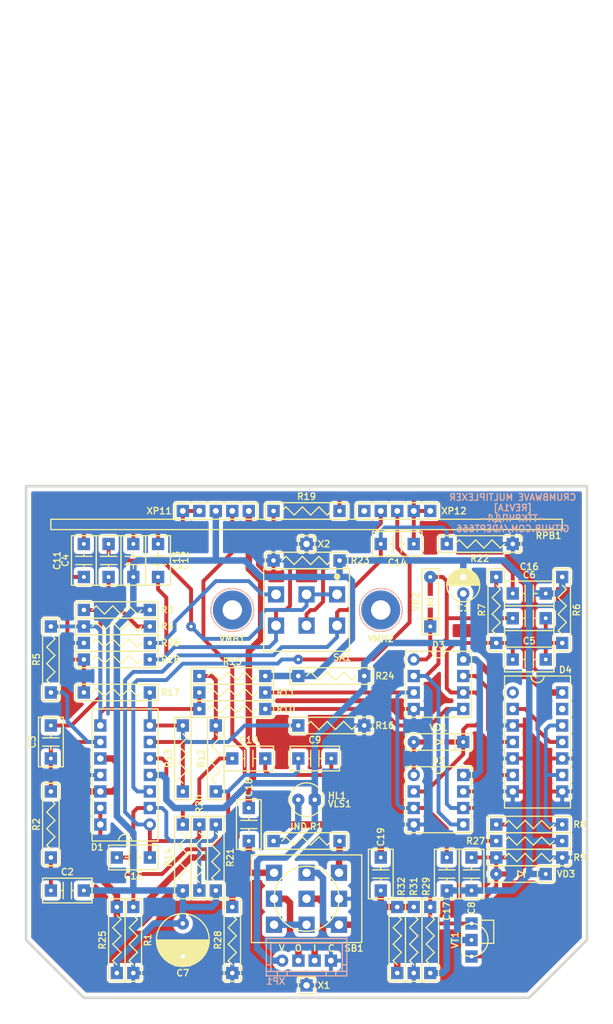
<source format=kicad_pcb>
(kicad_pcb (version 20171130) (host pcbnew 5.1.6-c6e7f7d~87~ubuntu19.10.1)
  (title_block (title "Crumbwave Multiplexer") (date 2022-10-16) (rev 1A) (company "Igor Ivanov") (comment 1 https://github.com/Adept666) (comment 2 "This project is licensed under GNU General Public License v3.0 or later"))
  (layers (0 F.Cu jumper) (31 B.Cu signal) (36 B.SilkS user) (37 F.SilkS user) (38 B.Mask user) (39 F.Mask user) (44 Edge.Cuts user))
  (net 0 "")
  (net 1 COM)
  (net 2 "Net-(HL1-PadC)")
  (net 3 /LED)
  (net 4 VREF)
  (net 5 V)
  (net 6 /OUT-CIR)
  (net 7 /IN-CIR)
  (net 8 /IN-CON)
  (net 9 "Net-(SB1-PadNC1)")
  (net 10 /OUT-CON)
  (net 11 "Net-(D1-Pad8)")
  (net 12 "Net-(D1-Pad6)")
  (net 13 "Net-(D1-Pad7)")
  (net 14 "Net-(D2-Pad1)")
  (net 15 "Net-(D2-Pad6)")
  (net 16 "Net-(D3-Pad1)")
  (net 17 "Net-(D4-Pad13)")
  (net 18 "Net-(D4-Pad11)")
  (net 19 "Net-(D4-Pad1)")
  (net 20 "Net-(C5-Pad1)")
  (net 21 "Net-(C5-Pad2)")
  (net 22 "Net-(C6-Pad2)")
  (net 23 "Net-(C3-Pad1)")
  (net 24 "Net-(C3-Pad2)")
  (net 25 "Net-(C19-Pad1)")
  (net 26 "Net-(C19-Pad2)")
  (net 27 "Net-(C11-Pad1)")
  (net 28 "Net-(C11-Pad2)")
  (net 29 "Net-(C14-Pad2)")
  (net 30 "Net-(C15-Pad2)")
  (net 31 "Net-(C16-Pad1)")
  (net 32 "Net-(C10-Pad1)")
  (net 33 "Net-(C10-Pad2)")
  (net 34 "Net-(C8-Pad1)")
  (net 35 "Net-(VMH1-Pad0)")
  (net 36 "Net-(VMH2-Pad0)")
  (net 37 "Net-(C18-Pad1)")
  (net 38 /RANGE)
  (net 39 /RANGE-HIGH)
  (net 40 /SET)
  (net 41 /RESET)
  (net 42 "Net-(D4-Pad12)")
  (net 43 "Net-(C17-Pad1)")
  (net 44 "Net-(C2-Pad1)")
  (net 45 /DRY)
  (net 46 /WET)
  (net 47 /BF-IN)
  (net 48 /BF-OUT)
  (module SBEL:1590BB2_A1 (layer F.Cu) (at 105.41 148.59)
    (fp_text reference VE1 hide)
    (fp_text value 1590BB2 hide)
  )
  (module SBKCL-VIRTUAL:XB-1590BB2-EXTENDED (layer F.Cu) (at 105.41 91.44)
    (fp_text reference XB1 hide)
    (fp_text value "1590BB2 Connector Board Extended" hide)
  )
  (module SBKCL-TH-ML:P-SOD-123-OR-DO-35 (layer F.Cu) (at 124.46 143.51 270)
    (fp_text reference VD2 (at 0 2.2225 90) (layer F.SilkS) (effects (font (thickness 0.2))))
    (fp_text value 4148)
    (pad A thru_hole circle (at -3.81 0 270) (size 1.9 1.9) (drill 0.6) (layers *.Cu *.Mask) (net 22 "Net-(C6-Pad2)"))
    (pad C thru_hole rect (at 3.81 0 270) (size 1.9 1.9) (drill 0.6) (layers *.Cu *.Mask) (net 16 "Net-(D3-Pad1)"))
    (pad C smd rect (at 2.355 0 270) (size 2.91 0.8) (layers F.Cu F.Mask) (net 16 "Net-(D3-Pad1)"))
    (pad A smd rect (at -2.355 0 270) (size 2.91 0.8) (layers F.Cu F.Mask) (net 22 "Net-(C6-Pad2)"))
  )
  (module SBKCL-TH-ML:P-SOD-123-OR-DO-35 (layer F.Cu) (at 138.43 185.42)
    (fp_text reference VD3 (at 5.3975 0) (layer F.SilkS) (effects (font (thickness 0.2)) (justify left)))
    (fp_text value 4148)
    (pad A thru_hole circle (at -3.81 0) (size 1.9 1.9) (drill 0.6) (layers *.Cu *.Mask) (net 34 "Net-(C8-Pad1)"))
    (pad C thru_hole rect (at 3.81 0) (size 1.9 1.9) (drill 0.6) (layers *.Cu *.Mask) (net 4 VREF))
    (pad C smd rect (at 2.355 0) (size 2.91 0.8) (layers F.Cu F.Mask) (net 4 VREF))
    (pad A smd rect (at -2.355 0) (size 2.91 0.8) (layers F.Cu F.Mask) (net 34 "Net-(C8-Pad1)"))
  )
  (module SBKCL-TH-ML:P-SOD-123-OR-DO-35 (layer F.Cu) (at 125.73 165.1)
    (fp_text reference VD1 (at 0 -2.2225) (layer F.SilkS) (effects (font (thickness 0.2))))
    (fp_text value 4148)
    (pad A thru_hole circle (at -3.81 0) (size 1.9 1.9) (drill 0.6) (layers *.Cu *.Mask) (net 14 "Net-(D2-Pad1)"))
    (pad C thru_hole rect (at 3.81 0) (size 1.9 1.9) (drill 0.6) (layers *.Cu *.Mask) (net 20 "Net-(C5-Pad1)"))
    (pad C smd rect (at 2.355 0) (size 2.91 0.8) (layers F.Cu F.Mask) (net 20 "Net-(C5-Pad1)"))
    (pad A smd rect (at -2.355 0) (size 2.91 0.8) (layers F.Cu F.Mask) (net 14 "Net-(D2-Pad1)"))
  )
  (module SBKCL-TH-ML:RPB-1590BB2-18-3x17-1.6-PNL-7.4-2.8 (layer F.Cu) (at 105.41 118.31)
    (fp_text reference RPB1 (at 39.37 15.04) (layer F.SilkS) (effects (font (thickness 0.2)) (justify right)))
    (fp_text value B100K-B100K-B100K)
    (fp_text user XP11 (at -20.6375 11.23) (layer F.SilkS) (effects (font (thickness 0.2)) (justify right)))
    (fp_text user XP12 (at 20.6375 11.23) (layer F.SilkS) (effects (font (thickness 0.2)) (justify left)))
    (pad 22 thru_hole rect (at 8.89 11.23) (size 1.9 1.9) (drill 0.9) (layers *.Cu *.Mask) (net 37 "Net-(C18-Pad1)"))
    (pad 23 thru_hole rect (at 11.43 11.23) (size 1.9 1.9) (drill 0.9) (layers *.Cu *.Mask) (net 46 /WET))
    (pad 33 thru_hole rect (at 13.97 11.23) (size 1.9 1.9) (drill 0.9) (layers *.Cu *.Mask) (net 31 "Net-(C16-Pad1)"))
    (pad 32 thru_hole rect (at 16.51 11.23) (size 1.9 1.9) (drill 0.9) (layers *.Cu *.Mask) (net 29 "Net-(C14-Pad2)"))
    (pad 31 thru_hole rect (at 19.05 11.23) (size 1.9 1.9) (drill 0.9) (layers *.Cu *.Mask) (net 29 "Net-(C14-Pad2)"))
    (pad 22 thru_hole rect (at -8.89 11.23) (size 1.9 1.9) (drill 0.9) (layers *.Cu *.Mask) (net 37 "Net-(C18-Pad1)"))
    (pad 12 thru_hole rect (at -16.51 11.23) (size 1.9 1.9) (drill 0.9) (layers *.Cu *.Mask) (net 28 "Net-(C11-Pad2)"))
    (pad 11 thru_hole rect (at -13.97 11.23) (size 1.9 1.9) (drill 0.9) (layers *.Cu *.Mask) (net 4 VREF))
    (pad 13 thru_hole rect (at -19.05 11.23) (size 1.9 1.9) (drill 0.9) (layers *.Cu *.Mask) (net 28 "Net-(C11-Pad2)"))
    (pad 21 thru_hole rect (at -11.43 11.23) (size 1.9 1.9) (drill 0.9) (layers *.Cu *.Mask) (net 45 /DRY))
  )
  (module KCL-TH-ML:VMH-STA-DA5-PNL-3.0 (layer F.Cu) (at 93.98 144.78)
    (fp_text reference VMH1 (at 0 4.445) (layer F.SilkS) (effects (font (thickness 0.2))))
    (fp_text value DI5M3x18)
    (pad 0 thru_hole circle (at 0 0) (size 6 6) (drill 3) (layers *.Cu *.Mask) (net 35 "Net-(VMH1-Pad0)"))
  )
  (module KCL-TH-ML:VMH-STA-DA5-PNL-3.0 (layer F.Cu) (at 116.84 144.78)
    (fp_text reference VMH2 (at 0 4.445) (layer F.SilkS) (effects (font (thickness 0.2))))
    (fp_text value DI5M3x18)
    (pad 0 thru_hole circle (at 0 0) (size 6 6) (drill 3) (layers *.Cu *.Mask) (net 36 "Net-(VMH2-Pad0)"))
  )
  (module KCL-TH-ML:SW-MTS-202-A2-2.5-PNL-6.0 (layer F.Cu) (at 105.41 144.78 270)
    (fp_text reference SA1 (at 7.3025 -6.985) (layer F.SilkS) (effects (font (thickness 0.2)) (justify right)))
    (fp_text value MTS-202-A2)
    (pad COM2 thru_hole rect (at 2.4 0 270) (size 2.5 2.5) (drill 1.5) (layers *.Cu *.Mask) (net 46 /WET))
    (pad NC2 thru_hole rect (at 2.4 -4.7 270) (size 2.5 2.5) (drill 1.5) (layers *.Cu *.Mask) (net 48 /BF-OUT))
    (pad NO2 thru_hole rect (at 2.4 4.7 270) (size 2.5 2.5) (drill 1.5) (layers *.Cu *.Mask) (net 47 /BF-IN))
    (pad NC1 thru_hole rect (at -2.4 -4.7 270) (size 2.5 2.5) (drill 1.5) (layers *.Cu *.Mask) (net 38 /RANGE))
    (pad COM1 thru_hole rect (at -2.4 0 270) (size 2.5 2.5) (drill 1.5) (layers *.Cu *.Mask) (net 38 /RANGE))
    (pad NO1 thru_hole rect (at -2.4 4.7 270) (size 2.5 2.5) (drill 1.5) (layers *.Cu *.Mask) (net 39 /RANGE-HIGH))
  )
  (module KCL-TH-ML:SW-PBS-24-302SP-2.5-PNL-13.0 (layer F.Cu) (at 105.41 189.23)
    (fp_text reference SB1 (at 8.89 7.62) (layer F.SilkS) (effects (font (thickness 0.2)) (justify right)))
    (fp_text value PBS-24-302SP)
    (pad COM3 thru_hole rect (at 5 0) (size 2.5 2.5) (drill 1.3) (layers *.Cu *.Mask) (net 1 COM))
    (pad NC3 thru_hole rect (at 5 4) (size 2.5 2.5) (drill 1.3) (layers *.Cu *.Mask) (net 7 /IN-CIR))
    (pad NO3 thru_hole rect (at 5 -4) (size 2.5 2.5) (drill 1.3) (layers *.Cu *.Mask) (net 3 /LED))
    (pad COM2 thru_hole rect (at 0 0) (size 2.5 2.5) (drill 1.3) (layers *.Cu *.Mask) (net 8 /IN-CON))
    (pad NC2 thru_hole rect (at 0 4) (size 2.5 2.5) (drill 1.3) (layers *.Cu *.Mask) (net 9 "Net-(SB1-PadNC1)"))
    (pad NO2 thru_hole rect (at 0 -4) (size 2.5 2.5) (drill 1.3) (layers *.Cu *.Mask) (net 7 /IN-CIR))
    (pad NO1 thru_hole rect (at -5 -4) (size 2.5 2.5) (drill 1.3) (layers *.Cu *.Mask) (net 6 /OUT-CIR))
    (pad COM1 thru_hole rect (at -5 0) (size 2.5 2.5) (drill 1.3) (layers *.Cu *.Mask) (net 10 /OUT-CON))
    (pad NC1 thru_hole rect (at -5 4) (size 2.5 2.5) (drill 1.3) (layers *.Cu *.Mask) (net 9 "Net-(SB1-PadNC1)"))
  )
  (module KCL-TH-ML:R-MFR-25 (layer F.Cu) (at 105.41 137.16)
    (fp_text reference R23 (at 6.6675 0) (layer F.SilkS) (effects (font (thickness 0.2)) (justify left)))
    (fp_text value 153)
    (pad 1 thru_hole rect (at -5.08 0) (size 1.9 1.9) (drill 0.7) (layers *.Cu *.Mask) (net 1 COM))
    (pad 2 thru_hole rect (at 5.08 0) (size 1.9 1.9) (drill 0.7) (layers *.Cu *.Mask) (net 4 VREF))
  )
  (module KCL-TH-ML:R-MFR-25 (layer F.Cu) (at 109.22 154.94)
    (fp_text reference R24 (at 6.6675 0) (layer F.SilkS) (effects (font (thickness 0.2)) (justify left)))
    (fp_text value 153)
    (pad 1 thru_hole rect (at -5.08 0) (size 1.9 1.9) (drill 0.7) (layers *.Cu *.Mask) (net 4 VREF))
    (pad 2 thru_hole rect (at 5.08 0) (size 1.9 1.9) (drill 0.7) (layers *.Cu *.Mask) (net 5 V))
  )
  (module KCL-TH-ML:CON-PAD-S-1.0-1.9 (layer F.Cu) (at 105.41 134.62)
    (fp_text reference X2 (at 1.5875 0) (layer F.SilkS) (effects (font (thickness 0.2)) (justify left)))
    (fp_text value COM)
    (pad 1 thru_hole rect (at 0 0) (size 1.9 1.9) (drill 1) (layers *.Cu *.Mask) (net 1 COM))
  )
  (module KCL-TH-ML:R-MFR-25 (layer F.Cu) (at 105.41 180.34 180)
    (fp_text reference IND.R1 (at 0 2.2225) (layer F.SilkS) (effects (font (thickness 0.2))))
    (fp_text value 103)
    (pad 1 thru_hole rect (at -5.08 0 180) (size 1.9 1.9) (drill 0.7) (layers *.Cu *.Mask) (net 3 /LED))
    (pad 2 thru_hole rect (at 5.08 0 180) (size 1.9 1.9) (drill 0.7) (layers *.Cu *.Mask) (net 2 "Net-(HL1-PadC)"))
  )
  (module KCL-TH-ML:R-MFR-25 (layer F.Cu) (at 119.38 195.58 90)
    (fp_text reference R32 (at 6.6675 0.635 90) (layer F.SilkS) (effects (font (thickness 0.2)) (justify left)))
    (fp_text value 102)
    (pad 1 thru_hole rect (at -5.08 0 90) (size 1.9 1.9) (drill 0.7) (layers *.Cu *.Mask) (net 7 /IN-CIR))
    (pad 2 thru_hole rect (at 5.08 0 90) (size 1.9 1.9) (drill 0.7) (layers *.Cu *.Mask) (net 25 "Net-(C19-Pad1)"))
  )
  (module KCL-TH-ML:R-MFR-25 (layer F.Cu) (at 121.92 195.58 90)
    (fp_text reference R31 (at 6.6675 0 90) (layer F.SilkS) (effects (font (thickness 0.2)) (justify left)))
    (fp_text value 225)
    (pad 1 thru_hole rect (at -5.08 0 90) (size 1.9 1.9) (drill 0.7) (layers *.Cu *.Mask) (net 1 COM))
    (pad 2 thru_hole rect (at 5.08 0 90) (size 1.9 1.9) (drill 0.7) (layers *.Cu *.Mask) (net 25 "Net-(C19-Pad1)"))
  )
  (module KCL-TH-ML:R-MFR-25 (layer F.Cu) (at 93.98 195.58 90)
    (fp_text reference R28 (at 0 -2.2225 90) (layer F.SilkS) (effects (font (thickness 0.2))))
    (fp_text value 225)
    (pad 1 thru_hole rect (at -5.08 0 90) (size 1.9 1.9) (drill 0.7) (layers *.Cu *.Mask) (net 1 COM))
    (pad 2 thru_hole rect (at 5.08 0 90) (size 1.9 1.9) (drill 0.7) (layers *.Cu *.Mask) (net 6 /OUT-CIR))
  )
  (module KCL-TH-ML:C-DISK-D04.2-T03.0-P05.08-d0.5 (layer F.Cu) (at 96.52 177.8 270)
    (fp_text reference C18 (at -4.1275 0 270) (layer F.SilkS) (effects (font (thickness 0.2)) (justify left)))
    (fp_text value 104)
    (pad 2 thru_hole rect (at 2.54 0 270) (size 1.9 1.9) (drill 0.6) (layers *.Cu *.Mask) (net 6 /OUT-CIR))
    (pad 1 thru_hole rect (at -2.54 0 270) (size 1.9 1.9) (drill 0.6) (layers *.Cu *.Mask) (net 37 "Net-(C18-Pad1)"))
  )
  (module SBKCL-TH-ML:P-SOT-23-D-S-G-OR-TO-92-D-S-G (layer F.Cu) (at 130.81 195.58 270)
    (fp_text reference VT1 (at 0 2.54 90) (layer F.SilkS) (effects (font (thickness 0.2))))
    (fp_text value 5457)
    (pad G smd rect (at -1.27 -2.37 270) (size 1 1.4) (layers F.Cu F.Mask) (net 34 "Net-(C8-Pad1)"))
    (pad G thru_hole rect (at 2.54 0 270) (size 1.9 1.9) (drill 0.6) (layers *.Cu *.Mask) (net 34 "Net-(C8-Pad1)"))
    (pad S thru_hole rect (at 0 0 270) (size 1.9 1.9) (drill 0.6) (layers *.Cu *.Mask) (net 4 VREF))
    (pad D thru_hole rect (at -2.54 0 270) (size 1.9 1.9) (drill 0.6) (layers *.Cu *.Mask) (net 32 "Net-(C10-Pad1)"))
  )
  (module KCL-TH-ML:R-MFR-25 (layer F.Cu) (at 139.7 182.88 180)
    (fp_text reference R9 (at -6.6675 0 180) (layer F.SilkS) (effects (font (thickness 0.2)) (justify left)))
    (fp_text value 273)
    (pad 1 thru_hole rect (at -5.08 0 180) (size 1.9 1.9) (drill 0.7) (layers *.Cu *.Mask) (net 1 COM))
    (pad 2 thru_hole rect (at 5.08 0 180) (size 1.9 1.9) (drill 0.7) (layers *.Cu *.Mask) (net 34 "Net-(C8-Pad1)"))
  )
  (module KCL-TH-ML:R-MFR-25 (layer F.Cu) (at 139.7 177.8)
    (fp_text reference R8 (at 6.6675 0) (layer F.SilkS) (effects (font (thickness 0.2)) (justify left)))
    (fp_text value 273)
    (pad 1 thru_hole rect (at -5.08 0) (size 1.9 1.9) (drill 0.7) (layers *.Cu *.Mask) (net 34 "Net-(C8-Pad1)"))
    (pad 2 thru_hole rect (at 5.08 0) (size 1.9 1.9) (drill 0.7) (layers *.Cu *.Mask) (net 42 "Net-(D4-Pad12)"))
  )
  (module KCL-TH-ML:C-DISK-D04.2-T03.0-P05.08-d0.5 (layer F.Cu) (at 130.81 185.42 270)
    (fp_text reference C8 (at 4.1275 0 270) (layer F.SilkS) (effects (font (thickness 0.2)) (justify right)))
    (fp_text value 223)
    (pad 1 thru_hole rect (at -2.54 0 270) (size 1.9 1.9) (drill 0.6) (layers *.Cu *.Mask) (net 34 "Net-(C8-Pad1)"))
    (pad 2 thru_hole rect (at 2.54 0 270) (size 1.9 1.9) (drill 0.6) (layers *.Cu *.Mask) (net 4 VREF))
  )
  (module KCL-TH-ML:R-MFR-25 (layer F.Cu) (at 124.46 195.58 90)
    (fp_text reference R29 (at 6.6675 -0.635 90) (layer F.SilkS) (effects (font (thickness 0.2)) (justify left)))
    (fp_text value 154)
    (pad 1 thru_hole rect (at -5.08 0 90) (size 1.9 1.9) (drill 0.7) (layers *.Cu *.Mask) (net 4 VREF))
    (pad 2 thru_hole rect (at 5.08 0 90) (size 1.9 1.9) (drill 0.7) (layers *.Cu *.Mask) (net 32 "Net-(C10-Pad1)"))
  )
  (module KCL-TH-ML:R-MFR-25 (layer F.Cu) (at 86.36 182.88 90)
    (fp_text reference R14 (at 0 -2.2225 90) (layer F.SilkS) (effects (font (thickness 0.2))))
    (fp_text value 104)
    (pad 1 thru_hole rect (at -5.08 0 90) (size 1.9 1.9) (drill 0.7) (layers *.Cu *.Mask) (net 4 VREF))
    (pad 2 thru_hole rect (at 5.08 0 90) (size 1.9 1.9) (drill 0.7) (layers *.Cu *.Mask) (net 33 "Net-(C10-Pad2)"))
  )
  (module KCL-TH-ML:R-MFR-25 (layer F.Cu) (at 91.44 167.64 90)
    (fp_text reference R12 (at 0 -2.2225 90) (layer F.SilkS) (effects (font (thickness 0.2))))
    (fp_text value 103)
    (pad 1 thru_hole rect (at -5.08 0 90) (size 1.9 1.9) (drill 0.7) (layers *.Cu *.Mask) (net 45 /DRY))
    (pad 2 thru_hole rect (at 5.08 0 90) (size 1.9 1.9) (drill 0.7) (layers *.Cu *.Mask) (net 12 "Net-(D1-Pad6)"))
  )
  (module KCL-TH-ML:C-DISK-D04.2-T03.0-P05.08-d0.5 (layer F.Cu) (at 96.52 167.64 180)
    (fp_text reference C10 (at 0 2.8575) (layer F.SilkS) (effects (font (thickness 0.2))))
    (fp_text value 104)
    (pad 1 thru_hole rect (at -2.54 0 180) (size 1.9 1.9) (drill 0.6) (layers *.Cu *.Mask) (net 32 "Net-(C10-Pad1)"))
    (pad 2 thru_hole rect (at 2.54 0 180) (size 1.9 1.9) (drill 0.6) (layers *.Cu *.Mask) (net 33 "Net-(C10-Pad2)"))
  )
  (module KCL-TH-ML:C-DISK-D04.2-T03.0-P05.08-d0.5 (layer F.Cu) (at 106.68 167.64)
    (fp_text reference C9 (at 0 -2.8575) (layer F.SilkS) (effects (font (thickness 0.2))))
    (fp_text value 104)
    (pad 1 thru_hole rect (at -2.54 0) (size 1.9 1.9) (drill 0.6) (layers *.Cu *.Mask) (net 45 /DRY))
    (pad 2 thru_hole rect (at 2.54 0) (size 1.9 1.9) (drill 0.6) (layers *.Cu *.Mask) (net 32 "Net-(C10-Pad1)"))
  )
  (module KCL-TH-ML:R-MFR-25 (layer F.Cu) (at 109.22 162.56 180)
    (fp_text reference R16 (at -6.6675 0 180) (layer F.SilkS) (effects (font (thickness 0.2)) (justify left)))
    (fp_text value 103)
    (pad 1 thru_hole rect (at -5.08 0 180) (size 1.9 1.9) (drill 0.7) (layers *.Cu *.Mask) (net 1 COM))
    (pad 2 thru_hole rect (at 5.08 0 180) (size 1.9 1.9) (drill 0.7) (layers *.Cu *.Mask) (net 13 "Net-(D1-Pad7)"))
  )
  (module KCL-TH-ML:R-MFR-25 (layer F.Cu) (at 93.98 154.94 180)
    (fp_text reference R15 (at 0 2.2225) (layer F.SilkS) (effects (font (thickness 0.2))))
    (fp_text value 273)
    (pad 1 thru_hole rect (at -5.08 0 180) (size 1.9 1.9) (drill 0.7) (layers *.Cu *.Mask) (net 4 VREF))
    (pad 2 thru_hole rect (at 5.08 0 180) (size 1.9 1.9) (drill 0.7) (layers *.Cu *.Mask) (net 12 "Net-(D1-Pad6)"))
  )
  (module KCL-TH-ML:R-MFR-25 (layer F.Cu) (at 86.36 167.64 90)
    (fp_text reference R13 (at 0 -2.2225 90) (layer F.SilkS) (effects (font (thickness 0.2))))
    (fp_text value 153)
    (pad 1 thru_hole rect (at -5.08 0 90) (size 1.9 1.9) (drill 0.7) (layers *.Cu *.Mask) (net 12 "Net-(D1-Pad6)"))
    (pad 2 thru_hole rect (at 5.08 0 90) (size 1.9 1.9) (drill 0.7) (layers *.Cu *.Mask) (net 13 "Net-(D1-Pad7)"))
  )
  (module KCL-TH-ML:P-DIP-14 (layer F.Cu) (at 77.47 170.18 180)
    (fp_text reference D1 (at 5.3975 -11.1125 180) (layer F.SilkS) (effects (font (thickness 0.2)) (justify left)))
    (fp_text value 324)
    (pad 1 thru_hole circle (at -3.81 -7.62 180) (size 1.9 1.9) (drill 1) (layers *.Cu *.Mask) (net 48 /BF-OUT))
    (pad 2 thru_hole rect (at -3.81 -5.08 180) (size 1.9 1.9) (drill 1) (layers *.Cu *.Mask) (net 30 "Net-(C15-Pad2)"))
    (pad 3 thru_hole rect (at -3.81 -2.54 180) (size 1.9 1.9) (drill 1) (layers *.Cu *.Mask) (net 31 "Net-(C16-Pad1)"))
    (pad 4 thru_hole rect (at -3.81 0 180) (size 1.9 1.9) (drill 1) (layers *.Cu *.Mask) (net 5 V))
    (pad 11 thru_hole rect (at 3.81 0 180) (size 1.9 1.9) (drill 1) (layers *.Cu *.Mask) (net 1 COM))
    (pad 12 thru_hole rect (at 3.81 -2.54 180) (size 1.9 1.9) (drill 1) (layers *.Cu *.Mask) (net 26 "Net-(C19-Pad2)"))
    (pad 13 thru_hole rect (at 3.81 -5.08 180) (size 1.9 1.9) (drill 1) (layers *.Cu *.Mask) (net 45 /DRY))
    (pad 14 thru_hole rect (at 3.81 -7.62 180) (size 1.9 1.9) (drill 1) (layers *.Cu *.Mask) (net 45 /DRY))
    (pad 5 thru_hole rect (at -3.81 2.54 180) (size 1.9 1.9) (drill 1) (layers *.Cu *.Mask) (net 33 "Net-(C10-Pad2)"))
    (pad 7 thru_hole rect (at -3.81 7.62 180) (size 1.9 1.9) (drill 1) (layers *.Cu *.Mask) (net 13 "Net-(D1-Pad7)"))
    (pad 6 thru_hole rect (at -3.81 5.08 180) (size 1.9 1.9) (drill 1) (layers *.Cu *.Mask) (net 12 "Net-(D1-Pad6)"))
    (pad 9 thru_hole rect (at 3.81 5.08 180) (size 1.9 1.9) (drill 1) (layers *.Cu *.Mask) (net 23 "Net-(C3-Pad1)"))
    (pad 10 thru_hole rect (at 3.81 2.54 180) (size 1.9 1.9) (drill 1) (layers *.Cu *.Mask) (net 26 "Net-(C19-Pad2)"))
    (pad 8 thru_hole rect (at 3.81 7.62 180) (size 1.9 1.9) (drill 1) (layers *.Cu *.Mask) (net 11 "Net-(D1-Pad8)"))
  )
  (module KCL-TH-ML:R-MFR-25 (layer F.Cu) (at 132.08 134.62 180)
    (fp_text reference R22 (at 0 -2.2225) (layer F.SilkS) (effects (font (thickness 0.2))))
    (fp_text value 103)
    (pad 1 thru_hole rect (at -5.08 0 180) (size 1.9 1.9) (drill 0.7) (layers *.Cu *.Mask) (net 1 COM))
    (pad 2 thru_hole rect (at 5.08 0 180) (size 1.9 1.9) (drill 0.7) (layers *.Cu *.Mask) (net 48 /BF-OUT))
  )
  (module KCL-TH-ML:R-MFR-25 (layer F.Cu) (at 91.44 182.88 90)
    (fp_text reference R21 (at 0 2.2225 90) (layer F.SilkS) (effects (font (thickness 0.2))))
    (fp_text value 473)
    (pad 1 thru_hole rect (at -5.08 0 90) (size 1.9 1.9) (drill 0.7) (layers *.Cu *.Mask) (net 4 VREF))
    (pad 2 thru_hole rect (at 5.08 0 90) (size 1.9 1.9) (drill 0.7) (layers *.Cu *.Mask) (net 30 "Net-(C15-Pad2)"))
  )
  (module KCL-TH-ML:R-MFR-25 (layer F.Cu) (at 88.9 182.88 90)
    (fp_text reference R20 (at 6.6675 0 90) (layer F.SilkS) (effects (font (thickness 0.2)) (justify left)))
    (fp_text value 473)
    (pad 2 thru_hole rect (at 5.08 0 90) (size 1.9 1.9) (drill 0.7) (layers *.Cu *.Mask) (net 48 /BF-OUT))
    (pad 1 thru_hole rect (at -5.08 0 90) (size 1.9 1.9) (drill 0.7) (layers *.Cu *.Mask) (net 30 "Net-(C15-Pad2)"))
  )
  (module KCL-TH-ML:R-MFR-25 (layer F.Cu) (at 105.41 129.54)
    (fp_text reference R19 (at 0 -2.2225) (layer F.SilkS) (effects (font (thickness 0.2))))
    (fp_text value 183)
    (pad 2 thru_hole rect (at 5.08 0) (size 1.9 1.9) (drill 0.7) (layers *.Cu *.Mask) (net 29 "Net-(C14-Pad2)"))
    (pad 1 thru_hole rect (at -5.08 0) (size 1.9 1.9) (drill 0.7) (layers *.Cu *.Mask) (net 47 /BF-IN))
  )
  (module KCL-TH-ML:R-MFR-25 (layer F.Cu) (at 76.2 152.4)
    (fp_text reference R18 (at 6.6675 0) (layer F.SilkS) (effects (font (thickness 0.2)) (justify left)))
    (fp_text value 472)
    (pad 1 thru_hole rect (at -5.08 0) (size 1.9 1.9) (drill 0.7) (layers *.Cu *.Mask) (net 27 "Net-(C11-Pad1)"))
    (pad 2 thru_hole rect (at 5.08 0) (size 1.9 1.9) (drill 0.7) (layers *.Cu *.Mask) (net 47 /BF-IN))
  )
  (module KCL-TH-ML:R-MFR-25 (layer F.Cu) (at 76.2 157.48 180)
    (fp_text reference R17 (at -6.6675 0 180) (layer F.SilkS) (effects (font (thickness 0.2)) (justify left)))
    (fp_text value 472)
    (pad 1 thru_hole rect (at -5.08 0 180) (size 1.9 1.9) (drill 0.7) (layers *.Cu *.Mask) (net 13 "Net-(D1-Pad7)"))
    (pad 2 thru_hole rect (at 5.08 0 180) (size 1.9 1.9) (drill 0.7) (layers *.Cu *.Mask) (net 27 "Net-(C11-Pad1)"))
  )
  (module KCL-TH-ML:C-DISK-D04.2-T03.0-P05.08-d0.5 (layer F.Cu) (at 139.7 142.24)
    (fp_text reference C16 (at 0 -4.1275) (layer F.SilkS) (effects (font (thickness 0.2))))
    (fp_text value 223)
    (pad 1 thru_hole rect (at -2.54 0) (size 1.9 1.9) (drill 0.6) (layers *.Cu *.Mask) (net 31 "Net-(C16-Pad1)"))
    (pad 2 thru_hole rect (at 2.54 0) (size 1.9 1.9) (drill 0.6) (layers *.Cu *.Mask) (net 4 VREF))
  )
  (module KCL-TH-ML:C-DISK-D04.2-T03.0-P05.08-d0.5 (layer F.Cu) (at 78.74 182.88 180)
    (fp_text reference C15 (at 0 -2.8575) (layer F.SilkS) (effects (font (thickness 0.2))))
    (fp_text value 223)
    (pad 1 thru_hole rect (at -2.54 0 180) (size 1.9 1.9) (drill 0.6) (layers *.Cu *.Mask) (net 48 /BF-OUT))
    (pad 2 thru_hole rect (at 2.54 0 180) (size 1.9 1.9) (drill 0.6) (layers *.Cu *.Mask) (net 30 "Net-(C15-Pad2)"))
  )
  (module KCL-TH-ML:C-DISK-D04.2-T03.0-P05.08-d0.5 (layer F.Cu) (at 119.38 134.62)
    (fp_text reference C14 (at 0 2.8575) (layer F.SilkS) (effects (font (thickness 0.2))))
    (fp_text value 473)
    (pad 1 thru_hole rect (at -2.54 0) (size 1.9 1.9) (drill 0.6) (layers *.Cu *.Mask) (net 48 /BF-OUT))
    (pad 2 thru_hole rect (at 2.54 0) (size 1.9 1.9) (drill 0.6) (layers *.Cu *.Mask) (net 29 "Net-(C14-Pad2)"))
  )
  (module KCL-TH-ML:C-DISK-D04.2-T03.0-P05.08-d0.5 (layer F.Cu) (at 78.74 137.16 270)
    (fp_text reference C13 (at 0 -6.6675 90) (layer F.SilkS) (effects (font (thickness 0.2))))
    (fp_text value 223)
    (pad 1 thru_hole rect (at -2.54 0 270) (size 1.9 1.9) (drill 0.6) (layers *.Cu *.Mask) (net 28 "Net-(C11-Pad2)"))
    (pad 2 thru_hole rect (at 2.54 0 270) (size 1.9 1.9) (drill 0.6) (layers *.Cu *.Mask) (net 4 VREF))
  )
  (module KCL-TH-ML:C-DISK-D04.2-T03.0-P05.08-d0.5 (layer F.Cu) (at 82.55 137.16 90)
    (fp_text reference C12 (at 0 4.1275 90) (layer F.SilkS) (effects (font (thickness 0.2))))
    (fp_text value 154)
    (pad 1 thru_hole rect (at -2.54 0 90) (size 1.9 1.9) (drill 0.6) (layers *.Cu *.Mask) (net 47 /BF-IN))
    (pad 2 thru_hole rect (at 2.54 0 90) (size 1.9 1.9) (drill 0.6) (layers *.Cu *.Mask) (net 28 "Net-(C11-Pad2)"))
  )
  (module KCL-TH-ML:C-DISK-D04.2-T03.0-P05.08-d0.5 (layer F.Cu) (at 71.12 137.16 90)
    (fp_text reference C11 (at 0 -4.1275 90) (layer F.SilkS) (effects (font (thickness 0.2))))
    (fp_text value 154)
    (pad 2 thru_hole rect (at 2.54 0 90) (size 1.9 1.9) (drill 0.6) (layers *.Cu *.Mask) (net 28 "Net-(C11-Pad2)"))
    (pad 1 thru_hole rect (at -2.54 0 90) (size 1.9 1.9) (drill 0.6) (layers *.Cu *.Mask) (net 27 "Net-(C11-Pad1)"))
  )
  (module KCL-TH-ML:R-MFR-25 (layer F.Cu) (at 78.74 195.58 90)
    (fp_text reference R1 (at 0 2.2225 90) (layer F.SilkS) (effects (font (thickness 0.2))))
    (fp_text value 103)
    (pad 1 thru_hole rect (at -5.08 0 90) (size 1.9 1.9) (drill 0.7) (layers *.Cu *.Mask) (net 1 COM))
    (pad 2 thru_hole rect (at 5.08 0 90) (size 1.9 1.9) (drill 0.7) (layers *.Cu *.Mask) (net 45 /DRY))
  )
  (module KCL-TH-ML:R-MFR-25 (layer F.Cu) (at 76.2 195.58 90)
    (fp_text reference R25 (at 0 -2.2225 90) (layer F.SilkS) (effects (font (thickness 0.2))))
    (fp_text value 104)
    (pad 1 thru_hole rect (at -5.08 0 90) (size 1.9 1.9) (drill 0.7) (layers *.Cu *.Mask) (net 4 VREF))
    (pad 2 thru_hole rect (at 5.08 0 90) (size 1.9 1.9) (drill 0.7) (layers *.Cu *.Mask) (net 26 "Net-(C19-Pad2)"))
  )
  (module KCL-TH-ML:C-DISK-D04.2-T03.0-P05.08-d0.5 (layer F.Cu) (at 116.84 185.42 90)
    (fp_text reference C19 (at 4.1275 0 90) (layer F.SilkS) (effects (font (thickness 0.2)) (justify left)))
    (fp_text value 104)
    (pad 1 thru_hole rect (at -2.54 0 90) (size 1.9 1.9) (drill 0.6) (layers *.Cu *.Mask) (net 25 "Net-(C19-Pad1)"))
    (pad 2 thru_hole rect (at 2.54 0 90) (size 1.9 1.9) (drill 0.6) (layers *.Cu *.Mask) (net 26 "Net-(C19-Pad2)"))
  )
  (module KCL-TH-ML:R-MFR-25 (layer F.Cu) (at 76.2 149.86)
    (fp_text reference R26 (at 6.6675 0) (layer F.SilkS) (effects (font (thickness 0.2)) (justify left)))
    (fp_text value 681)
    (pad 1 thru_hole rect (at -5.08 0) (size 1.9 1.9) (drill 0.7) (layers *.Cu *.Mask) (net 1 COM))
    (pad 2 thru_hole rect (at 5.08 0) (size 1.9 1.9) (drill 0.7) (layers *.Cu *.Mask) (net 39 /RANGE-HIGH))
  )
  (module KCL-TH-ML:R-MFR-25 (layer F.Cu) (at 66.04 152.4 90)
    (fp_text reference R5 (at 0 -2.2225 90) (layer F.SilkS) (effects (font (thickness 0.2))))
    (fp_text value 334)
    (pad 1 thru_hole rect (at -5.08 0 90) (size 1.9 1.9) (drill 0.7) (layers *.Cu *.Mask) (net 23 "Net-(C3-Pad1)"))
    (pad 2 thru_hole rect (at 5.08 0 90) (size 1.9 1.9) (drill 0.7) (layers *.Cu *.Mask) (net 11 "Net-(D1-Pad8)"))
  )
  (module KCL-TH-ML:R-MFR-25 (layer F.Cu) (at 76.2 147.32 180)
    (fp_text reference R4 (at -6.6675 0 180) (layer F.SilkS) (effects (font (thickness 0.2)) (justify left)))
    (fp_text value 153)
    (pad 1 thru_hole rect (at -5.08 0 180) (size 1.9 1.9) (drill 0.7) (layers *.Cu *.Mask) (net 38 /RANGE))
    (pad 2 thru_hole rect (at 5.08 0 180) (size 1.9 1.9) (drill 0.7) (layers *.Cu *.Mask) (net 11 "Net-(D1-Pad8)"))
  )
  (module KCL-TH-ML:R-MFR-25 (layer F.Cu) (at 76.2 144.78 180)
    (fp_text reference R3 (at -6.6675 0 180) (layer F.SilkS) (effects (font (thickness 0.2)) (justify left)))
    (fp_text value 183)
    (pad 1 thru_hole rect (at -5.08 0 180) (size 1.9 1.9) (drill 0.7) (layers *.Cu *.Mask) (net 4 VREF))
    (pad 2 thru_hole rect (at 5.08 0 180) (size 1.9 1.9) (drill 0.7) (layers *.Cu *.Mask) (net 24 "Net-(C3-Pad2)"))
  )
  (module KCL-TH-ML:R-MFR-25 (layer F.Cu) (at 66.04 177.8 90)
    (fp_text reference R2 (at 0 -2.2225 90) (layer F.SilkS) (effects (font (thickness 0.2))))
    (fp_text value 104)
    (pad 1 thru_hole rect (at -5.08 0 90) (size 1.9 1.9) (drill 0.7) (layers *.Cu *.Mask) (net 44 "Net-(C2-Pad1)"))
    (pad 2 thru_hole rect (at 5.08 0 90) (size 1.9 1.9) (drill 0.7) (layers *.Cu *.Mask) (net 23 "Net-(C3-Pad1)"))
  )
  (module KCL-TH-ML:C-DISK-D04.2-T03.0-P05.08-d0.5 (layer F.Cu) (at 127 185.42 270)
    (fp_text reference C17 (at 4.1275 0 270) (layer F.SilkS) (effects (font (thickness 0.2)) (justify right)))
    (fp_text value 223)
    (pad 2 thru_hole rect (at 2.54 0 270) (size 1.9 1.9) (drill 0.6) (layers *.Cu *.Mask) (net 4 VREF))
    (pad 1 thru_hole rect (at -2.54 0 270) (size 1.9 1.9) (drill 0.6) (layers *.Cu *.Mask) (net 43 "Net-(C17-Pad1)"))
  )
  (module KCL-TH-ML:C-DISK-D04.2-T03.0-P05.08-d0.5 (layer F.Cu) (at 74.93 137.16 90)
    (fp_text reference C4 (at 0 -6.6675 90) (layer F.SilkS) (effects (font (thickness 0.2))))
    (fp_text value 223)
    (pad 1 thru_hole rect (at -2.54 0 90) (size 1.9 1.9) (drill 0.6) (layers *.Cu *.Mask) (net 24 "Net-(C3-Pad2)"))
    (pad 2 thru_hole rect (at 2.54 0 90) (size 1.9 1.9) (drill 0.6) (layers *.Cu *.Mask) (net 38 /RANGE))
  )
  (module KCL-TH-ML:C-DISK-D04.2-T03.0-P05.08-d0.5 (layer F.Cu) (at 66.04 165.1 90)
    (fp_text reference C3 (at 0 -2.8575 90) (layer F.SilkS) (effects (font (thickness 0.2))))
    (fp_text value 223)
    (pad 1 thru_hole rect (at -2.54 0 90) (size 1.9 1.9) (drill 0.6) (layers *.Cu *.Mask) (net 23 "Net-(C3-Pad1)"))
    (pad 2 thru_hole rect (at 2.54 0 90) (size 1.9 1.9) (drill 0.6) (layers *.Cu *.Mask) (net 24 "Net-(C3-Pad2)"))
  )
  (module KCL-TH-ML:C-DISK-D04.2-T03.0-P05.08-d0.5 (layer F.Cu) (at 68.58 187.96)
    (fp_text reference C2 (at 0 -2.8575) (layer F.SilkS) (effects (font (thickness 0.2))))
    (fp_text value 104)
    (pad 1 thru_hole rect (at -2.54 0) (size 1.9 1.9) (drill 0.6) (layers *.Cu *.Mask) (net 44 "Net-(C2-Pad1)"))
    (pad 2 thru_hole rect (at 2.54 0) (size 1.9 1.9) (drill 0.6) (layers *.Cu *.Mask) (net 4 VREF))
  )
  (module KCL-TH-ML:R-MFR-25 (layer F.Cu) (at 139.7 180.34 180)
    (fp_text reference R27 (at 6.6675 0 180) (layer F.SilkS) (effects (font (thickness 0.2)) (justify right)))
    (fp_text value 104)
    (pad 1 thru_hole rect (at -5.08 0 180) (size 1.9 1.9) (drill 0.7) (layers *.Cu *.Mask) (net 4 VREF))
    (pad 2 thru_hole rect (at 5.08 0 180) (size 1.9 1.9) (drill 0.7) (layers *.Cu *.Mask) (net 15 "Net-(D2-Pad6)"))
  )
  (module KCL-TH-ML:R-MFR-25 (layer F.Cu) (at 93.98 157.48 180)
    (fp_text reference R11 (at -6.6675 0 180) (layer F.SilkS) (effects (font (thickness 0.2)) (justify left)))
    (fp_text value 103)
    (pad 2 thru_hole rect (at 5.08 0 180) (size 1.9 1.9) (drill 0.7) (layers *.Cu *.Mask) (net 11 "Net-(D1-Pad8)"))
    (pad 1 thru_hole rect (at -5.08 0 180) (size 1.9 1.9) (drill 0.7) (layers *.Cu *.Mask) (net 43 "Net-(C17-Pad1)"))
  )
  (module KCL-TH-ML:R-MFR-25 (layer F.Cu) (at 93.98 160.02 180)
    (fp_text reference R10 (at -6.6675 0 180) (layer F.SilkS) (effects (font (thickness 0.2)) (justify left)))
    (fp_text value 103)
    (pad 1 thru_hole rect (at -5.08 0 180) (size 1.9 1.9) (drill 0.7) (layers *.Cu *.Mask) (net 15 "Net-(D2-Pad6)"))
    (pad 2 thru_hole rect (at 5.08 0 180) (size 1.9 1.9) (drill 0.7) (layers *.Cu *.Mask) (net 11 "Net-(D1-Pad8)"))
  )
  (module KCL-TH-ML:R-MFR-25 (layer F.Cu) (at 134.62 144.78 270)
    (fp_text reference R7 (at 0 2.2225 90) (layer F.SilkS) (effects (font (thickness 0.2))))
    (fp_text value 184)
    (pad 1 thru_hole rect (at -5.08 0 270) (size 1.9 1.9) (drill 0.7) (layers *.Cu *.Mask) (net 22 "Net-(C6-Pad2)"))
    (pad 2 thru_hole rect (at 5.08 0 270) (size 1.9 1.9) (drill 0.7) (layers *.Cu *.Mask) (net 20 "Net-(C5-Pad1)"))
  )
  (module KCL-TH-ML:R-MFR-25 (layer F.Cu) (at 144.78 144.78 270)
    (fp_text reference R6 (at 0 -2.2225 90) (layer F.SilkS) (effects (font (thickness 0.2))))
    (fp_text value 471)
    (pad 2 thru_hole rect (at 5.08 0 270) (size 1.9 1.9) (drill 0.7) (layers *.Cu *.Mask) (net 21 "Net-(C5-Pad2)"))
    (pad 1 thru_hole rect (at -5.08 0 270) (size 1.9 1.9) (drill 0.7) (layers *.Cu *.Mask) (net 4 VREF))
  )
  (module KCL-TH-ML:P-DIP-08 (layer F.Cu) (at 125.73 156.21)
    (fp_text reference D3 (at 0 -6.0325) (layer F.SilkS) (effects (font (thickness 0.2))))
    (fp_text value 4558)
    (pad 8 thru_hole rect (at 3.81 -3.81) (size 1.9 1.9) (drill 1) (layers *.Cu *.Mask) (net 5 V))
    (pad 7 thru_hole rect (at 3.81 -1.27) (size 1.9 1.9) (drill 1) (layers *.Cu *.Mask) (net 41 /RESET))
    (pad 6 thru_hole rect (at 3.81 1.27) (size 1.9 1.9) (drill 1) (layers *.Cu *.Mask) (net 20 "Net-(C5-Pad1)"))
    (pad 5 thru_hole rect (at 3.81 3.81) (size 1.9 1.9) (drill 1) (layers *.Cu *.Mask) (net 15 "Net-(D2-Pad6)"))
    (pad 4 thru_hole rect (at -3.81 3.81) (size 1.9 1.9) (drill 1) (layers *.Cu *.Mask) (net 1 COM))
    (pad 3 thru_hole rect (at -3.81 1.27) (size 1.9 1.9) (drill 1) (layers *.Cu *.Mask) (net 43 "Net-(C17-Pad1)"))
    (pad 2 thru_hole rect (at -3.81 -1.27) (size 1.9 1.9) (drill 1) (layers *.Cu *.Mask) (net 22 "Net-(C6-Pad2)"))
    (pad 1 thru_hole circle (at -3.81 -3.81) (size 1.9 1.9) (drill 1) (layers *.Cu *.Mask) (net 16 "Net-(D3-Pad1)"))
  )
  (module KCL-TH-ML:P-DIP-08 (layer F.Cu) (at 125.73 173.99)
    (fp_text reference D2 (at 0 -6.0325) (layer F.SilkS) (effects (font (thickness 0.2))))
    (fp_text value 4558)
    (pad 8 thru_hole rect (at 3.81 -3.81) (size 1.9 1.9) (drill 1) (layers *.Cu *.Mask) (net 5 V))
    (pad 7 thru_hole rect (at 3.81 -1.27) (size 1.9 1.9) (drill 1) (layers *.Cu *.Mask) (net 40 /SET))
    (pad 6 thru_hole rect (at 3.81 1.27) (size 1.9 1.9) (drill 1) (layers *.Cu *.Mask) (net 15 "Net-(D2-Pad6)"))
    (pad 5 thru_hole rect (at 3.81 3.81) (size 1.9 1.9) (drill 1) (layers *.Cu *.Mask) (net 22 "Net-(C6-Pad2)"))
    (pad 4 thru_hole rect (at -3.81 3.81) (size 1.9 1.9) (drill 1) (layers *.Cu *.Mask) (net 1 COM))
    (pad 3 thru_hole rect (at -3.81 1.27) (size 1.9 1.9) (drill 1) (layers *.Cu *.Mask) (net 43 "Net-(C17-Pad1)"))
    (pad 2 thru_hole rect (at -3.81 -1.27) (size 1.9 1.9) (drill 1) (layers *.Cu *.Mask) (net 20 "Net-(C5-Pad1)"))
    (pad 1 thru_hole circle (at -3.81 -3.81) (size 1.9 1.9) (drill 1) (layers *.Cu *.Mask) (net 14 "Net-(D2-Pad1)"))
  )
  (module KCL-TH-ML:C-DISK-D04.2-T03.0-P05.08-d0.5 (layer F.Cu) (at 139.7 146.05 180)
    (fp_text reference C6 (at 0 6.6675) (layer F.SilkS) (effects (font (thickness 0.2))))
    (fp_text value 104)
    (pad 1 thru_hole rect (at -2.54 0 180) (size 1.9 1.9) (drill 0.6) (layers *.Cu *.Mask) (net 21 "Net-(C5-Pad2)"))
    (pad 2 thru_hole rect (at 2.54 0 180) (size 1.9 1.9) (drill 0.6) (layers *.Cu *.Mask) (net 22 "Net-(C6-Pad2)"))
  )
  (module KCL-TH-ML:C-DISK-D04.2-T03.0-P05.08-d0.5 (layer F.Cu) (at 139.7 152.4)
    (fp_text reference C5 (at 0 -2.8575) (layer F.SilkS) (effects (font (thickness 0.2))))
    (fp_text value 104)
    (pad 1 thru_hole rect (at -2.54 0) (size 1.9 1.9) (drill 0.6) (layers *.Cu *.Mask) (net 20 "Net-(C5-Pad1)"))
    (pad 2 thru_hole rect (at 2.54 0) (size 1.9 1.9) (drill 0.6) (layers *.Cu *.Mask) (net 21 "Net-(C5-Pad2)"))
  )
  (module KCL-TH-ML:CP-RADIAL-D08.0-P03.5-d0.6 (layer F.Cu) (at 86.36 195.58 270)
    (fp_text reference C7 (at 5.08 0) (layer F.SilkS) (effects (font (thickness 0.2))))
    (fp_text value 477)
    (pad - thru_hole rect (at 2.54 0 270) (size 1.9 1.9) (drill 0.7) (layers *.Cu *.Mask) (net 1 COM))
    (pad + thru_hole circle (at -2.54 0 270) (size 1.9 1.9) (drill 0.7) (layers *.Cu *.Mask) (net 4 VREF))
  )
  (module KCL-TH-ML:CP-RADIAL-D05.0-P02.0-CLS (layer F.Cu) (at 129.54 140.97 90)
    (fp_text reference C1 (at -3.4925 0 180) (layer F.SilkS) (effects (font (thickness 0.2))))
    (fp_text value 336)
    (pad + thru_hole circle (at -1.27 0 90) (size 1.9 1.9) (drill 1) (layers *.Cu *.Mask) (net 5 V))
    (pad - thru_hole roundrect (at 1.27 0 90) (size 1.9 1.9) (drill 1) (layers *.Cu *.Mask) (roundrect_rratio 0.3) (net 4 VREF))
  )
  (module KCL-TH-ML:P-DIP-14 (layer F.Cu) (at 140.97 165.1)
    (fp_text reference D4 (at 5.3975 -11.1125) (layer F.SilkS) (effects (font (thickness 0.2)) (justify right)))
    (fp_text value 4013)
    (pad 1 thru_hole circle (at -3.81 -7.62) (size 1.9 1.9) (drill 1) (layers *.Cu *.Mask) (net 19 "Net-(D4-Pad1)"))
    (pad 2 thru_hole rect (at -3.81 -5.08) (size 1.9 1.9) (drill 1) (layers *.Cu *.Mask) (net 18 "Net-(D4-Pad11)"))
    (pad 3 thru_hole rect (at -3.81 -2.54) (size 1.9 1.9) (drill 1) (layers *.Cu *.Mask) (net 1 COM))
    (pad 4 thru_hole rect (at -3.81 0) (size 1.9 1.9) (drill 1) (layers *.Cu *.Mask) (net 41 /RESET))
    (pad 11 thru_hole rect (at 3.81 0) (size 1.9 1.9) (drill 1) (layers *.Cu *.Mask) (net 18 "Net-(D4-Pad11)"))
    (pad 12 thru_hole rect (at 3.81 -2.54) (size 1.9 1.9) (drill 1) (layers *.Cu *.Mask) (net 42 "Net-(D4-Pad12)"))
    (pad 13 thru_hole rect (at 3.81 -5.08) (size 1.9 1.9) (drill 1) (layers *.Cu *.Mask) (net 17 "Net-(D4-Pad13)"))
    (pad 14 thru_hole rect (at 3.81 -7.62) (size 1.9 1.9) (drill 1) (layers *.Cu *.Mask) (net 5 V))
    (pad 5 thru_hole rect (at -3.81 2.54) (size 1.9 1.9) (drill 1) (layers *.Cu *.Mask) (net 1 COM))
    (pad 7 thru_hole rect (at -3.81 7.62) (size 1.9 1.9) (drill 1) (layers *.Cu *.Mask) (net 1 COM))
    (pad 6 thru_hole rect (at -3.81 5.08) (size 1.9 1.9) (drill 1) (layers *.Cu *.Mask) (net 40 /SET))
    (pad 9 thru_hole rect (at 3.81 5.08) (size 1.9 1.9) (drill 1) (layers *.Cu *.Mask) (net 42 "Net-(D4-Pad12)"))
    (pad 10 thru_hole rect (at 3.81 2.54) (size 1.9 1.9) (drill 1) (layers *.Cu *.Mask) (net 1 COM))
    (pad 8 thru_hole rect (at 3.81 7.62) (size 1.9 1.9) (drill 1) (layers *.Cu *.Mask) (net 1 COM))
  )
  (module KCL-TH-ML:CON-XH-B4B-A (layer B.Cu) (at 105.41 198.755)
    (fp_text reference XP1 (at -6.35 3.175) (layer B.SilkS) (effects (font (thickness 0.2)) (justify right mirror)))
    (fp_text value B4B-XH-A)
    (pad 4 thru_hole rect (at 3.75 0) (size 1.9 1.9) (drill 0.9) (layers *.Cu *.Mask) (net 1 COM))
    (pad 3 thru_hole rect (at 1.25 0) (size 1.9 1.9) (drill 0.9) (layers *.Cu *.Mask) (net 8 /IN-CON))
    (pad 2 thru_hole rect (at -1.25 0) (size 1.9 1.9) (drill 0.9) (layers *.Cu *.Mask) (net 10 /OUT-CON))
    (pad 1 thru_hole circle (at -3.75 0) (size 1.9 1.9) (drill 0.9) (layers *.Cu *.Mask) (net 5 V))
  )
  (module KCL-TH-ML:CON-PAD-S-1.0-1.9 (layer F.Cu) (at 105.41 202.565)
    (fp_text reference X1 (at 1.5875 0) (layer F.SilkS) (effects (font (thickness 0.2)) (justify left)))
    (fp_text value COM)
    (pad 1 thru_hole rect (at 0 0) (size 1.9 1.9) (drill 1) (layers *.Cu *.Mask) (net 1 COM))
  )
  (module KCL-TH-ML:LED-ROUND-05.0-UNI-SH-SPACER-PNL-5.3 (layer F.Cu) (at 105.41 173.99)
    (fp_text reference HL1 (at 3.175 -0.635) (layer F.SilkS) (effects (font (thickness 0.2)) (justify left)))
    (fp_text value FYL-5013UWC)
    (pad A thru_hole roundrect (at 1.27 0) (size 1.9 1.9) (drill 0.7) (layers *.Cu *.Mask) (roundrect_rratio 0.3) (net 5 V))
    (pad C thru_hole circle (at -1.27 0) (size 1.9 1.9) (drill 0.7) (layers *.Cu *.Mask) (net 2 "Net-(HL1-PadC)"))
  )
  (module KCL:VLS-BR (layer F.Cu) (at 105.41 173.99)
    (fp_text reference VLS1 (at 3.175 0.635) (layer F.SilkS) (effects (font (thickness 0.2)) (justify left)))
    (fp_text value BR-12.7)
  )
  (gr_text "CRUMBWAVE MULTIPLEXER\n[REV1A]\n-ТТКРЧПДЛ-\nGITHUB.COM/ADEPT666" (at 137.16 129.8575) (layer B.SilkS) (effects (font (size 1 1) (thickness 0.2)) (justify mirror)))
  (gr_text C (at 109.22 196.85) (layer F.SilkS) (effects (font (size 1 1) (thickness 0.2))))
  (gr_text I (at 106.68 196.85) (layer F.SilkS) (effects (font (size 1 1) (thickness 0.2))))
  (gr_text O (at 104.14 196.85) (layer F.SilkS) (effects (font (size 1 1) (thickness 0.2))))
  (gr_text V (at 101.6 196.85) (layer F.SilkS) (effects (font (size 1 1) (thickness 0.2))))
  (gr_line (start 71.12 204.47) (end 139.7 204.47) (layer Edge.Cuts) (width 0.4))
  (gr_line (start 62.23 195.58) (end 71.12 204.47) (layer Edge.Cuts) (width 0.4))
  (gr_line (start 139.7 204.47) (end 148.59 195.58) (layer Edge.Cuts) (width 0.4))
  (gr_line (start 148.59 125.73) (end 148.59 195.58) (layer Edge.Cuts) (width 0.4))
  (gr_line (start 62.23 125.73) (end 62.23 195.58) (layer Edge.Cuts) (width 0.4))
  (gr_line (start 62.23 125.73) (end 148.59 125.73) (layer Edge.Cuts) (width 0.4))
  (segment (start 102.235 180.34) (end 100.33 180.34) (width 1) (layer B.Cu) (net 2))
  (segment (start 104.14 178.435) (end 102.235 180.34) (width 1) (layer B.Cu) (net 2))
  (segment (start 104.14 173.99) (end 104.14 178.435) (width 1) (layer B.Cu) (net 2))
  (segment (start 110.41 185.23) (end 110.41 182.96) (width 1) (layer F.Cu) (net 3))
  (segment (start 110.41 182.96) (end 110.49 182.88) (width 1) (layer F.Cu) (net 3))
  (segment (start 110.49 182.88) (end 110.49 180.34) (width 1) (layer F.Cu) (net 3))
  (segment (start 139.7 180.34) (end 144.78 180.34) (width 1) (layer B.Cu) (net 4))
  (segment (start 127 187.96) (end 130.81 187.96) (width 1) (layer B.Cu) (net 4))
  (segment (start 139.7 185.42) (end 142.24 185.42) (width 1) (layer B.Cu) (net 4))
  (segment (start 139.7 180.34) (end 139.7 185.42) (width 1) (layer B.Cu) (net 4))
  (segment (start 127 195.58) (end 130.81 195.58) (width 1) (layer B.Cu) (net 4))
  (segment (start 127 187.96) (end 127 195.58) (width 1) (layer B.Cu) (net 4))
  (segment (start 126.365 200.66) (end 127 200.025) (width 1) (layer B.Cu) (net 4))
  (segment (start 127 195.58) (end 127 200.025) (width 1) (layer B.Cu) (net 4))
  (segment (start 124.46 200.66) (end 126.365 200.66) (width 1) (layer B.Cu) (net 4))
  (segment (start 139.7 185.42) (end 137.16 187.96) (width 1) (layer B.Cu) (net 4))
  (segment (start 130.81 187.96) (end 137.16 187.96) (width 1) (layer B.Cu) (net 4))
  (segment (start 86.36 187.96) (end 86.36 190.5) (width 1) (layer B.Cu) (net 4))
  (segment (start 129.54 137.16) (end 129.54 139.7) (width 1) (layer B.Cu) (net 4))
  (segment (start 86.36 190.5) (end 86.36 193.04) (width 1) (layer B.Cu) (net 4))
  (segment (start 78.74 139.7) (end 78.74 144.78) (width 1) (layer B.Cu) (net 4))
  (segment (start 78.74 144.78) (end 81.28 144.78) (width 1) (layer B.Cu) (net 4))
  (segment (start 99.06 154.94) (end 104.14 154.94) (width 1) (layer B.Cu) (net 4))
  (segment (start 112.395 140.335) (end 112.395 149.225) (width 1) (layer B.Cu) (net 4))
  (segment (start 106.68 154.94) (end 112.395 149.225) (width 1) (layer B.Cu) (net 4))
  (segment (start 104.14 154.94) (end 106.68 154.94) (width 1) (layer B.Cu) (net 4))
  (segment (start 142.24 142.24) (end 144.145 142.24) (width 1) (layer B.Cu) (net 4))
  (segment (start 144.145 142.24) (end 144.78 141.605) (width 1) (layer B.Cu) (net 4))
  (segment (start 144.78 141.605) (end 144.78 139.7) (width 1) (layer B.Cu) (net 4))
  (segment (start 139.7 142.24) (end 139.7 180.34) (width 1) (layer B.Cu) (net 4))
  (segment (start 139.7 142.24) (end 142.24 142.24) (width 1) (layer B.Cu) (net 4))
  (segment (start 135.89 137.16) (end 129.54 137.16) (width 1) (layer B.Cu) (net 4))
  (segment (start 139.7 140.97) (end 135.89 137.16) (width 1) (layer B.Cu) (net 4))
  (segment (start 139.7 142.24) (end 139.7 140.97) (width 1) (layer B.Cu) (net 4))
  (segment (start 110.49 137.16) (end 129.54 137.16) (width 1) (layer B.Cu) (net 4))
  (segment (start 110.49 137.16) (end 110.49 139.7) (width 1) (layer B.Cu) (net 4))
  (segment (start 111.76 139.7) (end 112.395 140.335) (width 1) (layer B.Cu) (net 4))
  (segment (start 110.49 139.7) (end 111.76 139.7) (width 1) (layer B.Cu) (net 4))
  (segment (start 91.44 129.54) (end 91.44 137.16) (width 1) (layer B.Cu) (net 4))
  (segment (start 78.74 137.795) (end 79.375 137.16) (width 1) (layer B.Cu) (net 4))
  (segment (start 79.375 137.16) (end 91.44 137.16) (width 1) (layer B.Cu) (net 4))
  (segment (start 78.74 139.7) (end 78.74 137.795) (width 1) (layer B.Cu) (net 4))
  (segment (start 86.36 187.96) (end 78.74 187.96) (width 1) (layer B.Cu) (net 4))
  (segment (start 71.12 187.96) (end 78.74 187.96) (width 1) (layer B.Cu) (net 4))
  (segment (start 81.915 193.04) (end 86.36 193.04) (width 1) (layer B.Cu) (net 4))
  (segment (start 76.2 198.755) (end 81.915 193.04) (width 1) (layer B.Cu) (net 4))
  (segment (start 76.2 200.66) (end 76.2 198.755) (width 1) (layer B.Cu) (net 4))
  (segment (start 91.44 189.865) (end 91.44 187.96) (width 1) (layer B.Cu) (net 4))
  (segment (start 90.805 190.5) (end 91.44 189.865) (width 1) (layer B.Cu) (net 4))
  (segment (start 86.36 190.5) (end 90.805 190.5) (width 1) (layer B.Cu) (net 4))
  (segment (start 78.74 179.07) (end 78.74 187.96) (width 1) (layer B.Cu) (net 4))
  (segment (start 76.2 176.53) (end 78.74 179.07) (width 1) (layer B.Cu) (net 4))
  (segment (start 76.2 147.32) (end 76.2 176.53) (width 1) (layer B.Cu) (net 4))
  (segment (start 78.74 144.78) (end 76.2 147.32) (width 1) (layer B.Cu) (net 4))
  (segment (start 98.425 139.7) (end 110.49 139.7) (width 1) (layer B.Cu) (net 4))
  (segment (start 95.885 137.16) (end 98.425 139.7) (width 1) (layer B.Cu) (net 4))
  (segment (start 91.44 137.16) (end 95.885 137.16) (width 1) (layer B.Cu) (net 4))
  (segment (start 131.445 170.18) (end 132.08 169.545) (width 1) (layer B.Cu) (net 5))
  (segment (start 129.54 170.18) (end 131.445 170.18) (width 1) (layer B.Cu) (net 5))
  (segment (start 131.445 152.4) (end 132.08 153.035) (width 1) (layer B.Cu) (net 5))
  (segment (start 132.08 153.035) (end 132.08 169.545) (width 1) (layer B.Cu) (net 5))
  (segment (start 129.54 152.4) (end 131.445 152.4) (width 1) (layer B.Cu) (net 5))
  (segment (start 85.09 175.26) (end 92.71 175.26) (width 1) (layer B.Cu) (net 5))
  (segment (start 83.82 173.99) (end 85.09 175.26) (width 1) (layer B.Cu) (net 5))
  (segment (start 92.71 175.26) (end 96.52 171.45) (width 1) (layer B.Cu) (net 5))
  (segment (start 96.52 171.45) (end 106.68 171.45) (width 1) (layer B.Cu) (net 5))
  (segment (start 106.68 171.45) (end 106.68 173.99) (width 1) (layer B.Cu) (net 5))
  (segment (start 139.7 154.94) (end 142.24 157.48) (width 1) (layer F.Cu) (net 5))
  (segment (start 142.24 157.48) (end 144.78 157.48) (width 1) (layer F.Cu) (net 5))
  (segment (start 133.985 154.94) (end 139.7 154.94) (width 1) (layer F.Cu) (net 5))
  (segment (start 131.445 152.4) (end 133.985 154.94) (width 1) (layer F.Cu) (net 5))
  (segment (start 129.54 152.4) (end 131.445 152.4) (width 1) (layer F.Cu) (net 5))
  (segment (start 129.54 142.24) (end 129.54 149.86) (width 1) (layer B.Cu) (net 5))
  (segment (start 129.54 149.86) (end 129.54 152.4) (width 1) (layer B.Cu) (net 5))
  (segment (start 117.475 149.86) (end 129.54 149.86) (width 1) (layer B.Cu) (net 5))
  (segment (start 114.3 153.035) (end 117.475 149.86) (width 1) (layer B.Cu) (net 5))
  (segment (start 114.3 154.94) (end 114.3 153.035) (width 1) (layer B.Cu) (net 5))
  (segment (start 114.3 156.845) (end 106.68 164.465) (width 1) (layer B.Cu) (net 5))
  (segment (start 106.68 164.465) (end 106.68 171.45) (width 1) (layer B.Cu) (net 5))
  (segment (start 114.3 154.94) (end 114.3 156.845) (width 1) (layer B.Cu) (net 5))
  (segment (start 99.695 198.755) (end 101.66 198.755) (width 1) (layer B.Cu) (net 5))
  (segment (start 97.79 196.85) (end 99.695 198.755) (width 1) (layer B.Cu) (net 5))
  (segment (start 97.79 183.515) (end 97.79 196.85) (width 1) (layer B.Cu) (net 5))
  (segment (start 98.425 182.88) (end 97.79 183.515) (width 1) (layer B.Cu) (net 5))
  (segment (start 102.235 182.88) (end 98.425 182.88) (width 1) (layer B.Cu) (net 5))
  (segment (start 106.68 178.435) (end 102.235 182.88) (width 1) (layer B.Cu) (net 5))
  (segment (start 106.68 173.99) (end 106.68 178.435) (width 1) (layer B.Cu) (net 5))
  (segment (start 83.82 170.815) (end 83.82 173.99) (width 1) (layer B.Cu) (net 5))
  (segment (start 83.185 170.18) (end 83.82 170.815) (width 1) (layer B.Cu) (net 5))
  (segment (start 81.28 170.18) (end 83.185 170.18) (width 1) (layer B.Cu) (net 5))
  (segment (start 96.52 180.34) (end 96.52 185.23) (width 1) (layer F.Cu) (net 6))
  (segment (start 100.41 185.23) (end 96.52 185.23) (width 1) (layer F.Cu) (net 6))
  (segment (start 93.98 187.77) (end 93.98 190.5) (width 1) (layer F.Cu) (net 6))
  (segment (start 96.52 185.23) (end 93.98 187.77) (width 1) (layer F.Cu) (net 6))
  (segment (start 107.125 185.23) (end 105.41 185.23) (width 1) (layer B.Cu) (net 7))
  (segment (start 107.95 192.7225) (end 107.95 186.055) (width 1) (layer B.Cu) (net 7))
  (segment (start 108.4575 193.23) (end 107.95 192.7225) (width 1) (layer B.Cu) (net 7))
  (segment (start 107.95 186.055) (end 107.125 185.23) (width 1) (layer B.Cu) (net 7))
  (segment (start 110.41 193.23) (end 108.4575 193.23) (width 1) (layer B.Cu) (net 7))
  (segment (start 119.38 198.755) (end 119.38 200.66) (width 1) (layer F.Cu) (net 7))
  (segment (start 113.855 193.23) (end 119.38 198.755) (width 1) (layer F.Cu) (net 7))
  (segment (start 110.41 193.23) (end 113.855 193.23) (width 1) (layer F.Cu) (net 7))
  (segment (start 107.95 194.945) (end 107.95 189.865) (width 1) (layer F.Cu) (net 8))
  (segment (start 107.95 189.865) (end 107.315 189.23) (width 1) (layer F.Cu) (net 8))
  (segment (start 107.315 189.23) (end 105.41 189.23) (width 1) (layer F.Cu) (net 8))
  (segment (start 106.66 196.235) (end 107.95 194.945) (width 1) (layer F.Cu) (net 8))
  (segment (start 106.66 198.755) (end 106.66 196.235) (width 1) (layer F.Cu) (net 8))
  (segment (start 100.41 193.23) (end 105.41 193.23) (width 1) (layer B.Cu) (net 9))
  (segment (start 100.41 189.23) (end 102.235 189.23) (width 1) (layer F.Cu) (net 10))
  (segment (start 102.235 189.23) (end 102.87 189.865) (width 1) (layer F.Cu) (net 10))
  (segment (start 102.87 189.865) (end 102.87 194.945) (width 1) (layer F.Cu) (net 10))
  (segment (start 104.16 196.235) (end 102.87 194.945) (width 1) (layer F.Cu) (net 10))
  (segment (start 104.16 198.755) (end 104.16 196.235) (width 1) (layer F.Cu) (net 10))
  (segment (start 88.9 157.48) (end 88.9 160.02) (width 0.6) (layer F.Cu) (net 11))
  (segment (start 73.66 162.56) (end 73.66 160.655) (width 0.6) (layer F.Cu) (net 11))
  (segment (start 73.66 160.655) (end 74.295 160.02) (width 0.6) (layer F.Cu) (net 11))
  (segment (start 74.295 160.02) (end 88.9 160.02) (width 0.6) (layer F.Cu) (net 11))
  (segment (start 73.66 147.955) (end 73.66 162.56) (width 0.6) (layer B.Cu) (net 11))
  (segment (start 73.025 147.32) (end 73.66 147.955) (width 0.6) (layer B.Cu) (net 11))
  (segment (start 71.12 147.32) (end 73.025 147.32) (width 0.6) (layer B.Cu) (net 11))
  (segment (start 66.04 147.32) (end 71.12 147.32) (width 0.6) (layer B.Cu) (net 11))
  (segment (start 86.36 165.1) (end 86.36 172.72) (width 0.6) (layer F.Cu) (net 12))
  (segment (start 81.28 165.1) (end 86.36 165.1) (width 0.6) (layer F.Cu) (net 12))
  (segment (start 91.44 164.465) (end 90.805 165.1) (width 0.6) (layer F.Cu) (net 12))
  (segment (start 86.36 165.1) (end 90.805 165.1) (width 0.6) (layer F.Cu) (net 12))
  (segment (start 91.44 162.56) (end 91.44 164.465) (width 0.6) (layer F.Cu) (net 12))
  (segment (start 90.805 154.94) (end 91.44 155.575) (width 0.6) (layer F.Cu) (net 12))
  (segment (start 91.44 155.575) (end 91.44 162.56) (width 0.6) (layer F.Cu) (net 12))
  (segment (start 88.9 154.94) (end 90.805 154.94) (width 0.6) (layer F.Cu) (net 12))
  (segment (start 81.28 162.56) (end 86.36 162.56) (width 0.6) (layer F.Cu) (net 13))
  (segment (start 81.28 157.48) (end 81.28 162.56) (width 0.6) (layer B.Cu) (net 13))
  (segment (start 93.345 165.1) (end 95.885 162.56) (width 0.6) (layer B.Cu) (net 13))
  (segment (start 95.885 162.56) (end 104.14 162.56) (width 0.6) (layer B.Cu) (net 13))
  (segment (start 86.995 165.1) (end 93.345 165.1) (width 0.6) (layer B.Cu) (net 13))
  (segment (start 86.36 164.465) (end 86.995 165.1) (width 0.6) (layer B.Cu) (net 13))
  (segment (start 86.36 162.56) (end 86.36 164.465) (width 0.6) (layer B.Cu) (net 13))
  (segment (start 121.92 165.1) (end 121.92 170.18) (width 0.6) (layer F.Cu) (net 14))
  (segment (start 127 174.625) (end 127.635 175.26) (width 0.6) (layer B.Cu) (net 15))
  (segment (start 129.54 175.26) (end 127.635 175.26) (width 0.6) (layer B.Cu) (net 15))
  (segment (start 127 160.655) (end 127.635 160.02) (width 0.6) (layer B.Cu) (net 15))
  (segment (start 127.635 160.02) (end 129.54 160.02) (width 0.6) (layer B.Cu) (net 15))
  (segment (start 127 174.625) (end 127 160.655) (width 0.6) (layer B.Cu) (net 15))
  (segment (start 132.715 180.34) (end 134.62 180.34) (width 0.6) (layer F.Cu) (net 15))
  (segment (start 129.54 175.26) (end 131.445 175.26) (width 0.6) (layer F.Cu) (net 15))
  (segment (start 132.08 175.895) (end 132.08 179.705) (width 0.6) (layer F.Cu) (net 15))
  (segment (start 132.08 179.705) (end 132.715 180.34) (width 0.6) (layer F.Cu) (net 15))
  (segment (start 131.445 175.26) (end 132.08 175.895) (width 0.6) (layer F.Cu) (net 15))
  (segment (start 127 160.02) (end 129.54 160.02) (width 0.6) (layer F.Cu) (net 15))
  (segment (start 119.38 162.56) (end 124.46 162.56) (width 0.6) (layer F.Cu) (net 15))
  (segment (start 124.46 162.56) (end 127 160.02) (width 0.6) (layer F.Cu) (net 15))
  (segment (start 116.84 160.02) (end 119.38 162.56) (width 0.6) (layer F.Cu) (net 15))
  (segment (start 99.06 160.02) (end 116.84 160.02) (width 0.6) (layer F.Cu) (net 15))
  (segment (start 121.92 152.4) (end 123.825 152.4) (width 0.6) (layer F.Cu) (net 16))
  (segment (start 123.825 152.4) (end 124.46 151.765) (width 0.6) (layer F.Cu) (net 16))
  (segment (start 124.46 151.765) (end 124.46 147.32) (width 0.6) (layer F.Cu) (net 16))
  (segment (start 139.065 160.02) (end 137.16 160.02) (width 0.6) (layer F.Cu) (net 18))
  (segment (start 140.97 161.925) (end 139.065 160.02) (width 0.6) (layer F.Cu) (net 18))
  (segment (start 140.97 163.195) (end 140.97 161.925) (width 0.6) (layer F.Cu) (net 18))
  (segment (start 142.875 165.1) (end 140.97 163.195) (width 0.6) (layer F.Cu) (net 18))
  (segment (start 144.78 165.1) (end 142.875 165.1) (width 0.6) (layer F.Cu) (net 18))
  (segment (start 121.92 172.72) (end 123.825 172.72) (width 0.6) (layer F.Cu) (net 20))
  (segment (start 129.54 165.1) (end 129.54 167.005) (width 0.6) (layer F.Cu) (net 20))
  (segment (start 123.825 172.72) (end 129.54 167.005) (width 0.6) (layer F.Cu) (net 20))
  (segment (start 131.445 157.48) (end 129.54 157.48) (width 0.6) (layer F.Cu) (net 20))
  (segment (start 132.08 158.115) (end 131.445 157.48) (width 0.6) (layer F.Cu) (net 20))
  (segment (start 127.635 157.48) (end 129.54 157.48) (width 0.6) (layer F.Cu) (net 20))
  (segment (start 127 156.845) (end 127.635 157.48) (width 0.6) (layer F.Cu) (net 20))
  (segment (start 127 151.13) (end 127 156.845) (width 0.6) (layer F.Cu) (net 20))
  (segment (start 128.27 149.86) (end 127 151.13) (width 0.6) (layer F.Cu) (net 20))
  (segment (start 134.62 149.86) (end 128.27 149.86) (width 0.6) (layer F.Cu) (net 20))
  (segment (start 136.525 149.86) (end 137.16 150.495) (width 0.6) (layer F.Cu) (net 20))
  (segment (start 137.16 150.495) (end 137.16 152.4) (width 0.6) (layer F.Cu) (net 20))
  (segment (start 134.62 149.86) (end 136.525 149.86) (width 0.6) (layer F.Cu) (net 20))
  (segment (start 129.54 165.1) (end 129.54 163.195) (width 0.6) (layer F.Cu) (net 20))
  (segment (start 129.54 163.195) (end 130.175 162.56) (width 0.6) (layer F.Cu) (net 20))
  (segment (start 130.175 162.56) (end 131.445 162.56) (width 0.6) (layer F.Cu) (net 20))
  (segment (start 131.445 162.56) (end 132.08 161.925) (width 0.6) (layer F.Cu) (net 20))
  (segment (start 132.08 161.925) (end 132.08 158.115) (width 0.6) (layer F.Cu) (net 20))
  (segment (start 142.24 146.05) (end 142.24 149.86) (width 0.6) (layer F.Cu) (net 21))
  (segment (start 142.24 149.86) (end 144.78 149.86) (width 0.6) (layer F.Cu) (net 21))
  (segment (start 142.24 149.86) (end 142.24 152.4) (width 0.6) (layer F.Cu) (net 21))
  (segment (start 127.635 177.8) (end 129.54 177.8) (width 0.6) (layer B.Cu) (net 22))
  (segment (start 123.825 154.94) (end 125.73 156.845) (width 0.6) (layer B.Cu) (net 22))
  (segment (start 125.73 175.895) (end 127.635 177.8) (width 0.6) (layer B.Cu) (net 22))
  (segment (start 125.73 156.845) (end 125.73 175.895) (width 0.6) (layer B.Cu) (net 22))
  (segment (start 121.92 154.94) (end 123.825 154.94) (width 0.6) (layer B.Cu) (net 22))
  (segment (start 134.62 146.05) (end 137.16 146.05) (width 0.6) (layer F.Cu) (net 22))
  (segment (start 127 146.05) (end 134.62 146.05) (width 0.6) (layer F.Cu) (net 22))
  (segment (start 134.62 139.7) (end 134.62 146.05) (width 0.6) (layer F.Cu) (net 22))
  (segment (start 123.825 154.94) (end 121.92 154.94) (width 0.6) (layer F.Cu) (net 22))
  (segment (start 125.73 153.035) (end 123.825 154.94) (width 0.6) (layer F.Cu) (net 22))
  (segment (start 125.73 150.495) (end 125.73 153.035) (width 0.6) (layer F.Cu) (net 22))
  (segment (start 127 149.225) (end 125.73 150.495) (width 0.6) (layer F.Cu) (net 22))
  (segment (start 127 146.05) (end 127 149.225) (width 0.6) (layer F.Cu) (net 22))
  (segment (start 124.46 139.7) (end 126.365 139.7) (width 0.6) (layer F.Cu) (net 22))
  (segment (start 126.365 139.7) (end 127 140.335) (width 0.6) (layer F.Cu) (net 22))
  (segment (start 127 140.335) (end 127 146.05) (width 0.6) (layer F.Cu) (net 22))
  (segment (start 66.04 167.64) (end 66.04 172.72) (width 0.6) (layer F.Cu) (net 23))
  (segment (start 66.04 167.64) (end 66.04 165.735) (width 0.6) (layer F.Cu) (net 23))
  (segment (start 66.04 165.735) (end 66.675 165.1) (width 0.6) (layer F.Cu) (net 23))
  (segment (start 66.675 165.1) (end 73.66 165.1) (width 0.6) (layer F.Cu) (net 23))
  (segment (start 71.755 165.1) (end 73.66 165.1) (width 0.6) (layer B.Cu) (net 23))
  (segment (start 68.58 161.925) (end 71.755 165.1) (width 0.6) (layer B.Cu) (net 23))
  (segment (start 68.58 158.115) (end 68.58 161.925) (width 0.6) (layer B.Cu) (net 23))
  (segment (start 67.945 157.48) (end 68.58 158.115) (width 0.6) (layer B.Cu) (net 23))
  (segment (start 66.04 157.48) (end 67.945 157.48) (width 0.6) (layer B.Cu) (net 23))
  (segment (start 71.12 144.78) (end 73.66 144.78) (width 0.6) (layer F.Cu) (net 24))
  (segment (start 74.93 143.51) (end 74.93 139.7) (width 0.6) (layer F.Cu) (net 24))
  (segment (start 73.66 144.78) (end 74.93 143.51) (width 0.6) (layer F.Cu) (net 24))
  (segment (start 73.66 158.115) (end 73.66 144.78) (width 0.6) (layer F.Cu) (net 24))
  (segment (start 69.215 162.56) (end 73.66 158.115) (width 0.6) (layer F.Cu) (net 24))
  (segment (start 66.04 162.56) (end 69.215 162.56) (width 0.6) (layer F.Cu) (net 24))
  (segment (start 119.38 190.5) (end 121.92 190.5) (width 1) (layer F.Cu) (net 25))
  (segment (start 117.475 190.5) (end 119.38 190.5) (width 1) (layer F.Cu) (net 25))
  (segment (start 116.84 189.865) (end 117.475 190.5) (width 1) (layer F.Cu) (net 25))
  (segment (start 116.84 187.96) (end 116.84 189.865) (width 1) (layer F.Cu) (net 25))
  (segment (start 73.66 167.64) (end 75.565 167.64) (width 1) (layer F.Cu) (net 26))
  (segment (start 75.565 167.64) (end 76.2 168.275) (width 1) (layer F.Cu) (net 26))
  (segment (start 75.565 172.72) (end 76.2 172.085) (width 1) (layer F.Cu) (net 26))
  (segment (start 76.2 168.275) (end 76.2 172.085) (width 1) (layer F.Cu) (net 26))
  (segment (start 73.66 172.72) (end 75.565 172.72) (width 1) (layer F.Cu) (net 26))
  (segment (start 76.2 188.595) (end 76.2 190.5) (width 1) (layer F.Cu) (net 26))
  (segment (start 71.12 183.515) (end 76.2 188.595) (width 1) (layer F.Cu) (net 26))
  (segment (start 71.12 173.355) (end 71.12 183.515) (width 1) (layer F.Cu) (net 26))
  (segment (start 71.755 172.72) (end 71.12 173.355) (width 1) (layer F.Cu) (net 26))
  (segment (start 73.66 172.72) (end 71.755 172.72) (width 1) (layer F.Cu) (net 26))
  (segment (start 116.84 180.975) (end 116.84 182.88) (width 1) (layer F.Cu) (net 26))
  (segment (start 94.615 179.705) (end 94.615 178.435) (width 1) (layer F.Cu) (net 26))
  (segment (start 113.665 177.8) (end 116.84 180.975) (width 1) (layer F.Cu) (net 26))
  (segment (start 95.25 177.8) (end 113.665 177.8) (width 1) (layer F.Cu) (net 26))
  (segment (start 87.63 182.88) (end 91.44 182.88) (width 1) (layer F.Cu) (net 26))
  (segment (start 81.28 189.23) (end 87.63 182.88) (width 1) (layer F.Cu) (net 26))
  (segment (start 81.28 191.77) (end 81.28 189.23) (width 1) (layer F.Cu) (net 26))
  (segment (start 94.615 178.435) (end 95.25 177.8) (width 1) (layer F.Cu) (net 26))
  (segment (start 91.44 182.88) (end 94.615 179.705) (width 1) (layer F.Cu) (net 26))
  (segment (start 80.01 193.04) (end 81.28 191.77) (width 1) (layer F.Cu) (net 26))
  (segment (start 76.835 193.04) (end 80.01 193.04) (width 1) (layer F.Cu) (net 26))
  (segment (start 76.2 192.405) (end 76.835 193.04) (width 1) (layer F.Cu) (net 26))
  (segment (start 76.2 190.5) (end 76.2 192.405) (width 1) (layer F.Cu) (net 26))
  (segment (start 71.12 152.4) (end 71.12 157.48) (width 0.6) (layer F.Cu) (net 27))
  (segment (start 68.58 140.335) (end 69.215 139.7) (width 0.6) (layer F.Cu) (net 27))
  (segment (start 69.215 139.7) (end 71.12 139.7) (width 0.6) (layer F.Cu) (net 27))
  (segment (start 68.58 151.765) (end 69.215 152.4) (width 0.6) (layer F.Cu) (net 27))
  (segment (start 71.12 152.4) (end 69.215 152.4) (width 0.6) (layer F.Cu) (net 27))
  (segment (start 68.58 151.765) (end 68.58 140.335) (width 0.6) (layer F.Cu) (net 27))
  (segment (start 86.36 129.54) (end 88.9 129.54) (width 0.6) (layer F.Cu) (net 28))
  (segment (start 78.74 132.08) (end 78.74 134.62) (width 0.6) (layer F.Cu) (net 28))
  (segment (start 78.74 132.08) (end 82.55 132.08) (width 0.6) (layer F.Cu) (net 28))
  (segment (start 82.55 134.62) (end 82.55 132.08) (width 0.6) (layer F.Cu) (net 28))
  (segment (start 71.12 132.715) (end 71.755 132.08) (width 0.6) (layer F.Cu) (net 28))
  (segment (start 71.755 132.08) (end 78.74 132.08) (width 0.6) (layer F.Cu) (net 28))
  (segment (start 71.12 132.715) (end 71.12 134.62) (width 0.6) (layer F.Cu) (net 28))
  (segment (start 86.36 129.54) (end 86.36 131.445) (width 0.6) (layer F.Cu) (net 28))
  (segment (start 86.36 131.445) (end 85.725 132.08) (width 0.6) (layer F.Cu) (net 28))
  (segment (start 82.55 132.08) (end 85.725 132.08) (width 0.6) (layer F.Cu) (net 28))
  (segment (start 121.92 129.54) (end 124.46 129.54) (width 0.6) (layer F.Cu) (net 29))
  (segment (start 121.92 129.54) (end 121.92 134.62) (width 0.6) (layer F.Cu) (net 29))
  (segment (start 110.49 127.635) (end 111.125 127) (width 0.6) (layer F.Cu) (net 29))
  (segment (start 110.49 129.54) (end 110.49 127.635) (width 0.6) (layer F.Cu) (net 29))
  (segment (start 121.285 127) (end 121.92 127.635) (width 0.6) (layer F.Cu) (net 29))
  (segment (start 111.125 127) (end 121.285 127) (width 0.6) (layer F.Cu) (net 29))
  (segment (start 121.92 127.635) (end 121.92 129.54) (width 0.6) (layer F.Cu) (net 29))
  (segment (start 78.105 182.88) (end 78.74 182.245) (width 0.6) (layer F.Cu) (net 30))
  (segment (start 76.2 182.88) (end 78.105 182.88) (width 0.6) (layer F.Cu) (net 30))
  (segment (start 78.74 175.895) (end 79.375 175.26) (width 0.6) (layer F.Cu) (net 30))
  (segment (start 81.28 175.26) (end 79.375 175.26) (width 0.6) (layer F.Cu) (net 30))
  (segment (start 78.74 175.895) (end 78.74 182.245) (width 0.6) (layer F.Cu) (net 30))
  (segment (start 88.9 180.34) (end 88.9 187.96) (width 0.6) (layer B.Cu) (net 30))
  (segment (start 90.805 180.34) (end 91.44 179.705) (width 0.6) (layer B.Cu) (net 30))
  (segment (start 91.44 177.8) (end 91.44 179.705) (width 0.6) (layer B.Cu) (net 30))
  (segment (start 88.9 180.34) (end 90.805 180.34) (width 0.6) (layer B.Cu) (net 30))
  (segment (start 84.455 180.34) (end 88.9 180.34) (width 0.6) (layer B.Cu) (net 30))
  (segment (start 83.82 179.705) (end 84.455 180.34) (width 0.6) (layer B.Cu) (net 30))
  (segment (start 83.82 175.895) (end 83.82 179.705) (width 0.6) (layer B.Cu) (net 30))
  (segment (start 83.185 175.26) (end 83.82 175.895) (width 0.6) (layer B.Cu) (net 30))
  (segment (start 81.28 175.26) (end 83.185 175.26) (width 0.6) (layer B.Cu) (net 30))
  (via (at 104.14 152.4) (size 1.5) (drill 0.5) (layers F.Cu B.Cu) (net 31))
  (segment (start 119.38 135.255) (end 121.285 137.16) (width 0.6) (layer F.Cu) (net 31))
  (segment (start 119.38 129.54) (end 119.38 135.255) (width 0.6) (layer F.Cu) (net 31))
  (segment (start 121.285 146.685) (end 121.285 137.16) (width 0.6) (layer F.Cu) (net 31))
  (segment (start 115.57 152.4) (end 121.285 146.685) (width 0.6) (layer F.Cu) (net 31))
  (segment (start 104.14 152.4) (end 115.57 152.4) (width 0.6) (layer F.Cu) (net 31))
  (segment (start 137.16 139.065) (end 137.16 142.24) (width 0.6) (layer F.Cu) (net 31))
  (segment (start 135.255 137.16) (end 137.16 139.065) (width 0.6) (layer F.Cu) (net 31))
  (segment (start 121.285 137.16) (end 135.255 137.16) (width 0.6) (layer F.Cu) (net 31))
  (segment (start 101.6 152.4) (end 104.14 152.4) (width 0.6) (layer B.Cu) (net 31))
  (segment (start 100.965 153.035) (end 101.6 152.4) (width 0.6) (layer B.Cu) (net 31))
  (segment (start 86.36 153.035) (end 100.965 153.035) (width 0.6) (layer B.Cu) (net 31))
  (segment (start 83.82 155.575) (end 86.36 153.035) (width 0.6) (layer B.Cu) (net 31))
  (segment (start 78.74 156.21) (end 79.375 155.575) (width 0.6) (layer B.Cu) (net 31))
  (segment (start 79.375 155.575) (end 83.82 155.575) (width 0.6) (layer B.Cu) (net 31))
  (segment (start 78.74 172.085) (end 78.74 156.21) (width 0.6) (layer B.Cu) (net 31))
  (segment (start 79.375 172.72) (end 78.74 172.085) (width 0.6) (layer B.Cu) (net 31))
  (segment (start 81.28 172.72) (end 79.375 172.72) (width 0.6) (layer B.Cu) (net 31))
  (segment (start 124.46 192.405) (end 125.095 193.04) (width 0.6) (layer F.Cu) (net 32))
  (segment (start 125.095 193.04) (end 130.81 193.04) (width 0.6) (layer F.Cu) (net 32))
  (segment (start 124.46 190.5) (end 124.46 192.405) (width 0.6) (layer F.Cu) (net 32))
  (segment (start 109.22 167.64) (end 109.22 170.18) (width 0.6) (layer F.Cu) (net 32))
  (segment (start 124.46 185.42) (end 124.46 190.5) (width 0.6) (layer F.Cu) (net 32))
  (segment (start 109.22 170.18) (end 124.46 185.42) (width 0.6) (layer F.Cu) (net 32))
  (segment (start 99.06 169.545) (end 99.695 170.18) (width 0.6) (layer F.Cu) (net 32))
  (segment (start 99.695 170.18) (end 109.22 170.18) (width 0.6) (layer F.Cu) (net 32))
  (segment (start 99.06 167.64) (end 99.06 169.545) (width 0.6) (layer F.Cu) (net 32))
  (segment (start 86.36 175.26) (end 86.36 177.8) (width 0.6) (layer F.Cu) (net 33))
  (segment (start 92.075 167.64) (end 93.98 167.64) (width 0.6) (layer F.Cu) (net 33))
  (segment (start 88.9 170.815) (end 92.075 167.64) (width 0.6) (layer F.Cu) (net 33))
  (segment (start 88.9 173.99) (end 88.9 170.815) (width 0.6) (layer F.Cu) (net 33))
  (segment (start 87.63 175.26) (end 88.9 173.99) (width 0.6) (layer F.Cu) (net 33))
  (segment (start 86.36 175.26) (end 87.63 175.26) (width 0.6) (layer F.Cu) (net 33))
  (segment (start 85.09 175.26) (end 86.36 175.26) (width 0.6) (layer F.Cu) (net 33))
  (segment (start 83.82 173.99) (end 85.09 175.26) (width 0.6) (layer F.Cu) (net 33))
  (segment (start 83.82 168.275) (end 83.82 173.99) (width 0.6) (layer F.Cu) (net 33))
  (segment (start 83.185 167.64) (end 83.82 168.275) (width 0.6) (layer F.Cu) (net 33))
  (segment (start 81.28 167.64) (end 83.185 167.64) (width 0.6) (layer F.Cu) (net 33))
  (segment (start 136.525 177.8) (end 137.16 178.435) (width 0.6) (layer F.Cu) (net 34))
  (segment (start 134.62 177.8) (end 136.525 177.8) (width 0.6) (layer F.Cu) (net 34))
  (segment (start 130.81 182.88) (end 134.62 182.88) (width 0.6) (layer F.Cu) (net 34))
  (segment (start 134.62 182.88) (end 134.62 185.42) (width 0.6) (layer F.Cu) (net 34))
  (segment (start 137.16 178.435) (end 137.16 182.245) (width 0.6) (layer F.Cu) (net 34))
  (segment (start 136.525 182.88) (end 137.16 182.245) (width 0.6) (layer F.Cu) (net 34))
  (segment (start 134.62 182.88) (end 136.525 182.88) (width 0.6) (layer F.Cu) (net 34))
  (segment (start 134.62 187.325) (end 134.62 185.42) (width 0.6) (layer F.Cu) (net 34))
  (segment (start 133.18 188.765) (end 134.62 187.325) (width 0.6) (layer F.Cu) (net 34))
  (segment (start 133.18 194.31) (end 133.18 188.765) (width 0.6) (layer F.Cu) (net 34))
  (segment (start 133.18 194.31) (end 133.18 197.655) (width 0.6) (layer F.Cu) (net 34))
  (segment (start 133.18 197.655) (end 132.715 198.12) (width 0.6) (layer F.Cu) (net 34))
  (segment (start 130.81 198.12) (end 132.715 198.12) (width 0.6) (layer F.Cu) (net 34))
  (segment (start 96.52 138.43) (end 96.52 129.54) (width 1) (layer F.Cu) (net 37))
  (segment (start 98.425 140.335) (end 96.52 138.43) (width 1) (layer F.Cu) (net 37))
  (segment (start 98.425 149.225) (end 98.425 140.335) (width 1) (layer F.Cu) (net 37))
  (segment (start 96.52 151.13) (end 98.425 149.225) (width 1) (layer F.Cu) (net 37))
  (segment (start 97.155 165.735) (end 96.52 165.1) (width 1) (layer F.Cu) (net 37))
  (segment (start 96.52 165.1) (end 96.52 151.13) (width 1) (layer F.Cu) (net 37))
  (segment (start 97.155 170.815) (end 97.155 165.735) (width 1) (layer F.Cu) (net 37))
  (segment (start 96.52 171.45) (end 97.155 170.815) (width 1) (layer F.Cu) (net 37))
  (segment (start 96.52 175.26) (end 96.52 171.45) (width 1) (layer F.Cu) (net 37))
  (segment (start 105.41 142.38) (end 110.11 142.38) (width 0.6) (layer B.Cu) (net 38))
  (via (at 87.63 147.32) (size 1.5) (drill 0.5) (layers F.Cu B.Cu) (net 38))
  (segment (start 87.63 141.605) (end 83.185 137.16) (width 0.6) (layer F.Cu) (net 38))
  (segment (start 87.63 147.32) (end 87.63 141.605) (width 0.6) (layer F.Cu) (net 38))
  (segment (start 105.41 144.145) (end 105.41 142.38) (width 0.6) (layer B.Cu) (net 38))
  (segment (start 104.775 144.78) (end 105.41 144.145) (width 0.6) (layer B.Cu) (net 38))
  (segment (start 98.425 145.415) (end 99.06 144.78) (width 0.6) (layer B.Cu) (net 38))
  (segment (start 96.52 149.225) (end 98.425 147.32) (width 0.6) (layer B.Cu) (net 38))
  (segment (start 99.06 144.78) (end 104.775 144.78) (width 0.6) (layer B.Cu) (net 38))
  (segment (start 98.425 147.32) (end 98.425 145.415) (width 0.6) (layer B.Cu) (net 38))
  (segment (start 89.535 149.225) (end 96.52 149.225) (width 0.6) (layer B.Cu) (net 38))
  (segment (start 87.63 147.32) (end 89.535 149.225) (width 0.6) (layer B.Cu) (net 38))
  (segment (start 83.185 137.16) (end 76.835 137.16) (width 0.6) (layer F.Cu) (net 38))
  (segment (start 76.835 137.16) (end 75.565 137.16) (width 0.6) (layer F.Cu) (net 38))
  (segment (start 74.93 136.525) (end 75.565 137.16) (width 0.6) (layer F.Cu) (net 38))
  (segment (start 74.93 136.525) (end 74.93 134.62) (width 0.6) (layer F.Cu) (net 38))
  (segment (start 79.375 147.32) (end 81.28 147.32) (width 0.6) (layer F.Cu) (net 38))
  (segment (start 76.835 144.78) (end 79.375 147.32) (width 0.6) (layer F.Cu) (net 38))
  (segment (start 76.835 137.16) (end 76.835 144.78) (width 0.6) (layer F.Cu) (net 38))
  (segment (start 85.09 147.955) (end 83.185 149.86) (width 0.6) (layer B.Cu) (net 39))
  (segment (start 85.09 146.685) (end 85.09 147.955) (width 0.6) (layer B.Cu) (net 39))
  (segment (start 83.185 149.86) (end 81.28 149.86) (width 0.6) (layer B.Cu) (net 39))
  (segment (start 91.44 140.335) (end 85.09 146.685) (width 0.6) (layer B.Cu) (net 39))
  (segment (start 96.52 140.335) (end 91.44 140.335) (width 0.6) (layer B.Cu) (net 39))
  (segment (start 98.565 142.38) (end 96.52 140.335) (width 0.6) (layer B.Cu) (net 39))
  (segment (start 100.71 142.38) (end 98.565 142.38) (width 0.6) (layer B.Cu) (net 39))
  (segment (start 129.54 172.72) (end 132.08 172.72) (width 0.6) (layer F.Cu) (net 40))
  (segment (start 132.08 172.72) (end 134.62 170.18) (width 0.6) (layer F.Cu) (net 40))
  (segment (start 134.62 170.18) (end 137.16 170.18) (width 0.6) (layer F.Cu) (net 40))
  (segment (start 129.54 154.94) (end 131.445 154.94) (width 0.6) (layer F.Cu) (net 41))
  (segment (start 131.445 154.94) (end 133.35 156.845) (width 0.6) (layer F.Cu) (net 41))
  (segment (start 135.255 165.1) (end 137.16 165.1) (width 0.6) (layer F.Cu) (net 41))
  (segment (start 133.35 156.845) (end 133.35 163.195) (width 0.6) (layer F.Cu) (net 41))
  (segment (start 133.35 163.195) (end 135.255 165.1) (width 0.6) (layer F.Cu) (net 41))
  (segment (start 142.24 170.18) (end 144.78 170.18) (width 0.6) (layer B.Cu) (net 42))
  (segment (start 142.24 163.195) (end 142.24 170.18) (width 0.6) (layer B.Cu) (net 42))
  (segment (start 142.875 162.56) (end 142.24 163.195) (width 0.6) (layer B.Cu) (net 42))
  (segment (start 144.78 162.56) (end 142.875 162.56) (width 0.6) (layer B.Cu) (net 42))
  (segment (start 142.24 177.165) (end 142.875 177.8) (width 0.6) (layer B.Cu) (net 42))
  (segment (start 142.875 177.8) (end 144.78 177.8) (width 0.6) (layer B.Cu) (net 42))
  (segment (start 142.24 170.18) (end 142.24 177.165) (width 0.6) (layer B.Cu) (net 42))
  (segment (start 119.38 174.625) (end 120.015 175.26) (width 0.6) (layer B.Cu) (net 43))
  (segment (start 120.015 175.26) (end 121.92 175.26) (width 0.6) (layer B.Cu) (net 43))
  (segment (start 123.825 175.26) (end 127 178.435) (width 0.6) (layer F.Cu) (net 43))
  (segment (start 121.92 175.26) (end 123.825 175.26) (width 0.6) (layer F.Cu) (net 43))
  (segment (start 127 178.435) (end 127 182.88) (width 0.6) (layer F.Cu) (net 43))
  (segment (start 119.38 158.115) (end 120.015 157.48) (width 0.6) (layer B.Cu) (net 43))
  (segment (start 120.015 157.48) (end 121.92 157.48) (width 0.6) (layer B.Cu) (net 43))
  (segment (start 119.38 158.115) (end 119.38 174.625) (width 0.6) (layer B.Cu) (net 43))
  (segment (start 99.06 157.48) (end 121.92 157.48) (width 0.6) (layer F.Cu) (net 43))
  (segment (start 66.04 182.88) (end 66.04 187.96) (width 0.6) (layer F.Cu) (net 44))
  (segment (start 73.66 175.26) (end 73.66 177.8) (width 0.6) (layer F.Cu) (net 45))
  (segment (start 91.44 172.72) (end 93.345 172.72) (width 0.6) (layer F.Cu) (net 45))
  (segment (start 78.74 185.42) (end 78.74 190.5) (width 0.6) (layer F.Cu) (net 45))
  (segment (start 75.565 185.42) (end 78.74 185.42) (width 0.6) (layer F.Cu) (net 45))
  (segment (start 73.66 183.515) (end 75.565 185.42) (width 0.6) (layer F.Cu) (net 45))
  (segment (start 73.66 177.8) (end 73.66 183.515) (width 0.6) (layer F.Cu) (net 45))
  (segment (start 93.345 179.07) (end 93.345 172.72) (width 0.6) (layer F.Cu) (net 45))
  (segment (start 90.805 181.61) (end 93.345 179.07) (width 0.6) (layer F.Cu) (net 45))
  (segment (start 86.995 181.61) (end 90.805 181.61) (width 0.6) (layer F.Cu) (net 45))
  (segment (start 83.185 185.42) (end 86.995 181.61) (width 0.6) (layer F.Cu) (net 45))
  (segment (start 78.74 185.42) (end 83.185 185.42) (width 0.6) (layer F.Cu) (net 45))
  (segment (start 95.885 166.37) (end 95.885 170.18) (width 0.6) (layer F.Cu) (net 45))
  (segment (start 93.98 164.465) (end 95.885 166.37) (width 0.6) (layer F.Cu) (net 45))
  (segment (start 89.535 149.225) (end 93.98 153.67) (width 0.6) (layer F.Cu) (net 45))
  (segment (start 95.885 170.18) (end 93.345 172.72) (width 0.6) (layer F.Cu) (net 45))
  (segment (start 89.535 140.335) (end 89.535 149.225) (width 0.6) (layer F.Cu) (net 45))
  (segment (start 93.98 153.67) (end 93.98 164.465) (width 0.6) (layer F.Cu) (net 45))
  (segment (start 93.98 135.89) (end 89.535 140.335) (width 0.6) (layer F.Cu) (net 45))
  (segment (start 93.98 129.54) (end 93.98 135.89) (width 0.6) (layer F.Cu) (net 45))
  (segment (start 91.44 172.72) (end 93.345 172.72) (width 0.6) (layer B.Cu) (net 45))
  (segment (start 93.345 172.72) (end 95.885 170.18) (width 0.6) (layer B.Cu) (net 45))
  (segment (start 104.14 169.545) (end 104.14 167.64) (width 0.6) (layer B.Cu) (net 45))
  (segment (start 103.505 170.18) (end 104.14 169.545) (width 0.6) (layer B.Cu) (net 45))
  (segment (start 95.885 170.18) (end 103.505 170.18) (width 0.6) (layer B.Cu) (net 45))
  (segment (start 113.665 134.62) (end 116.84 131.445) (width 0.6) (layer F.Cu) (net 46))
  (segment (start 109.855 134.62) (end 113.665 134.62) (width 0.6) (layer F.Cu) (net 46))
  (segment (start 107.95 136.525) (end 109.855 134.62) (width 0.6) (layer F.Cu) (net 46))
  (segment (start 116.84 131.445) (end 116.84 129.54) (width 0.6) (layer F.Cu) (net 46))
  (segment (start 105.41 145.415) (end 106.045 144.78) (width 0.6) (layer F.Cu) (net 46))
  (segment (start 107.95 143.51) (end 107.95 136.525) (width 0.6) (layer F.Cu) (net 46))
  (segment (start 106.68 144.78) (end 107.95 143.51) (width 0.6) (layer F.Cu) (net 46))
  (segment (start 106.045 144.78) (end 106.68 144.78) (width 0.6) (layer F.Cu) (net 46))
  (segment (start 105.41 147.18) (end 105.41 145.415) (width 0.6) (layer F.Cu) (net 46))
  (segment (start 82.55 141.605) (end 82.55 139.7) (width 0.6) (layer F.Cu) (net 47))
  (segment (start 82.55 141.605) (end 83.82 142.875) (width 0.6) (layer F.Cu) (net 47))
  (segment (start 81.28 152.4) (end 83.185 152.4) (width 0.6) (layer F.Cu) (net 47))
  (segment (start 83.185 152.4) (end 83.82 151.765) (width 0.6) (layer F.Cu) (net 47))
  (segment (start 83.82 151.765) (end 83.82 142.875) (width 0.6) (layer F.Cu) (net 47))
  (segment (start 100.71 145.035) (end 100.71 147.18) (width 0.6) (layer F.Cu) (net 47))
  (segment (start 100.965 144.78) (end 100.71 145.035) (width 0.6) (layer F.Cu) (net 47))
  (segment (start 102.235 144.78) (end 100.965 144.78) (width 0.6) (layer F.Cu) (net 47))
  (segment (start 102.87 144.145) (end 102.235 144.78) (width 0.6) (layer F.Cu) (net 47))
  (segment (start 102.87 136.525) (end 102.87 144.145) (width 0.6) (layer F.Cu) (net 47))
  (segment (start 100.33 133.985) (end 102.87 136.525) (width 0.6) (layer F.Cu) (net 47))
  (segment (start 100.33 129.54) (end 100.33 133.985) (width 0.6) (layer F.Cu) (net 47))
  (segment (start 100.71 149.48) (end 100.71 147.18) (width 0.6) (layer B.Cu) (net 47))
  (segment (start 99.695 150.495) (end 100.71 149.48) (width 0.6) (layer B.Cu) (net 47))
  (segment (start 85.09 150.495) (end 99.695 150.495) (width 0.6) (layer B.Cu) (net 47))
  (segment (start 83.185 152.4) (end 85.09 150.495) (width 0.6) (layer B.Cu) (net 47))
  (segment (start 81.28 152.4) (end 83.185 152.4) (width 0.6) (layer B.Cu) (net 47))
  (segment (start 116.84 132.715) (end 117.475 132.08) (width 0.6) (layer B.Cu) (net 48))
  (segment (start 116.84 134.62) (end 116.84 132.715) (width 0.6) (layer B.Cu) (net 48))
  (segment (start 126.365 132.08) (end 127 132.715) (width 0.6) (layer B.Cu) (net 48))
  (segment (start 127 132.715) (end 127 134.62) (width 0.6) (layer B.Cu) (net 48))
  (segment (start 117.475 132.08) (end 126.365 132.08) (width 0.6) (layer B.Cu) (net 48))
  (segment (start 81.28 177.8) (end 81.28 180.34) (width 0.6) (layer F.Cu) (net 48))
  (segment (start 81.28 180.34) (end 81.28 182.88) (width 0.6) (layer F.Cu) (net 48))
  (segment (start 88.9 179.705) (end 88.9 177.8) (width 0.6) (layer F.Cu) (net 48))
  (segment (start 88.265 180.34) (end 88.9 179.705) (width 0.6) (layer F.Cu) (net 48))
  (segment (start 81.28 180.34) (end 88.265 180.34) (width 0.6) (layer F.Cu) (net 48))
  (segment (start 116.84 137.16) (end 116.84 134.62) (width 0.6) (layer F.Cu) (net 48))
  (segment (start 112.395 141.605) (end 116.84 137.16) (width 0.6) (layer F.Cu) (net 48))
  (segment (start 112.395 144.145) (end 112.395 141.605) (width 0.6) (layer F.Cu) (net 48))
  (segment (start 111.76 144.78) (end 112.395 144.145) (width 0.6) (layer F.Cu) (net 48))
  (segment (start 110.49 144.78) (end 111.76 144.78) (width 0.6) (layer F.Cu) (net 48))
  (segment (start 110.11 145.16) (end 110.49 144.78) (width 0.6) (layer F.Cu) (net 48))
  (segment (start 110.11 147.18) (end 110.11 145.16) (width 0.6) (layer F.Cu) (net 48))
  (segment (start 110.11 147.18) (end 110.11 148.97) (width 0.6) (layer B.Cu) (net 48))
  (segment (start 110.11 148.97) (end 108.585 150.495) (width 0.6) (layer B.Cu) (net 48))
  (segment (start 100.33 151.765) (end 101.6 150.495) (width 0.6) (layer B.Cu) (net 48))
  (segment (start 83.185 154.305) (end 85.725 151.765) (width 0.6) (layer B.Cu) (net 48))
  (segment (start 85.725 151.765) (end 100.33 151.765) (width 0.6) (layer B.Cu) (net 48))
  (segment (start 78.74 154.305) (end 83.185 154.305) (width 0.6) (layer B.Cu) (net 48))
  (segment (start 101.6 150.495) (end 108.585 150.495) (width 0.6) (layer B.Cu) (net 48))
  (segment (start 77.47 155.575) (end 78.74 154.305) (width 0.6) (layer B.Cu) (net 48))
  (segment (start 79.375 177.8) (end 77.47 175.895) (width 0.6) (layer B.Cu) (net 48))
  (segment (start 77.47 175.895) (end 77.47 155.575) (width 0.6) (layer B.Cu) (net 48))
  (segment (start 81.28 177.8) (end 79.375 177.8) (width 0.6) (layer B.Cu) (net 48))
  (zone (net 1) (net_name COM) (layer B.Cu) (connect_pads (clearance 0.6)) (min_thickness 0.5) (fill yes (arc_segments 32) (thermal_gap 0.6) (thermal_bridge_width 0.6))
    (polygon (pts (xy 60.96 124.46) (xy 149.86 124.46) (xy 149.86 205.74) (xy 60.96 205.74)))
  )
  (zone (net 1) (net_name COM) (layer F.Cu) (connect_pads (clearance 0.6)) (min_thickness 0.5) (fill yes (arc_segments 32) (thermal_gap 0.6) (thermal_bridge_width 0.6))
    (polygon (pts (xy 60.96 124.46) (xy 149.86 124.46) (xy 149.86 205.74) (xy 60.96 205.74)))
  )
)
</source>
